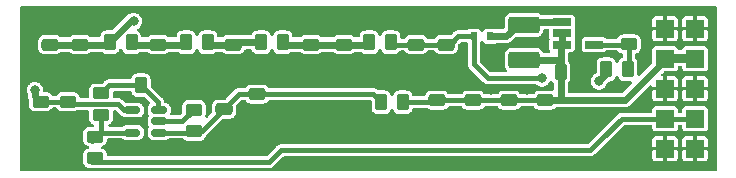
<source format=gbr>
%TF.GenerationSoftware,KiCad,Pcbnew,6.0.4-6f826c9f35~116~ubuntu20.04.1*%
%TF.CreationDate,2022-05-21T20:54:40+00:00*%
%TF.ProjectId,USTSIPM01A,55535453-4950-44d3-9031-412e6b696361,rev?*%
%TF.SameCoordinates,Original*%
%TF.FileFunction,Copper,L2,Bot*%
%TF.FilePolarity,Positive*%
%FSLAX46Y46*%
G04 Gerber Fmt 4.6, Leading zero omitted, Abs format (unit mm)*
G04 Created by KiCad (PCBNEW 6.0.4-6f826c9f35~116~ubuntu20.04.1) date 2022-05-21 20:54:40*
%MOMM*%
%LPD*%
G01*
G04 APERTURE LIST*
G04 Aperture macros list*
%AMRoundRect*
0 Rectangle with rounded corners*
0 $1 Rounding radius*
0 $2 $3 $4 $5 $6 $7 $8 $9 X,Y pos of 4 corners*
0 Add a 4 corners polygon primitive as box body*
4,1,4,$2,$3,$4,$5,$6,$7,$8,$9,$2,$3,0*
0 Add four circle primitives for the rounded corners*
1,1,$1+$1,$2,$3*
1,1,$1+$1,$4,$5*
1,1,$1+$1,$6,$7*
1,1,$1+$1,$8,$9*
0 Add four rect primitives between the rounded corners*
20,1,$1+$1,$2,$3,$4,$5,0*
20,1,$1+$1,$4,$5,$6,$7,0*
20,1,$1+$1,$6,$7,$8,$9,0*
20,1,$1+$1,$8,$9,$2,$3,0*%
G04 Aperture macros list end*
%TA.AperFunction,ComponentPad*%
%ADD10R,1.524000X1.524000*%
%TD*%
%TA.AperFunction,SMDPad,CuDef*%
%ADD11RoundRect,0.250000X-0.262500X-0.450000X0.262500X-0.450000X0.262500X0.450000X-0.262500X0.450000X0*%
%TD*%
%TA.AperFunction,SMDPad,CuDef*%
%ADD12RoundRect,0.250000X0.475000X-0.250000X0.475000X0.250000X-0.475000X0.250000X-0.475000X-0.250000X0*%
%TD*%
%TA.AperFunction,SMDPad,CuDef*%
%ADD13RoundRect,0.250000X-0.475000X0.250000X-0.475000X-0.250000X0.475000X-0.250000X0.475000X0.250000X0*%
%TD*%
%TA.AperFunction,SMDPad,CuDef*%
%ADD14RoundRect,0.250001X1.074999X-0.462499X1.074999X0.462499X-1.074999X0.462499X-1.074999X-0.462499X0*%
%TD*%
%TA.AperFunction,SMDPad,CuDef*%
%ADD15R,0.600000X0.700000*%
%TD*%
%TA.AperFunction,SMDPad,CuDef*%
%ADD16RoundRect,0.250000X0.450000X-0.262500X0.450000X0.262500X-0.450000X0.262500X-0.450000X-0.262500X0*%
%TD*%
%TA.AperFunction,SMDPad,CuDef*%
%ADD17RoundRect,0.150000X-0.512500X-0.150000X0.512500X-0.150000X0.512500X0.150000X-0.512500X0.150000X0*%
%TD*%
%TA.AperFunction,SMDPad,CuDef*%
%ADD18RoundRect,0.250000X-0.450000X0.262500X-0.450000X-0.262500X0.450000X-0.262500X0.450000X0.262500X0*%
%TD*%
%TA.AperFunction,SMDPad,CuDef*%
%ADD19R,0.700000X0.600000*%
%TD*%
%TA.AperFunction,SMDPad,CuDef*%
%ADD20R,1.560000X0.650000*%
%TD*%
%TA.AperFunction,SMDPad,CuDef*%
%ADD21RoundRect,0.250000X-0.250000X-0.475000X0.250000X-0.475000X0.250000X0.475000X-0.250000X0.475000X0*%
%TD*%
%TA.AperFunction,ViaPad*%
%ADD22C,0.800000*%
%TD*%
%TA.AperFunction,Conductor*%
%ADD23C,0.600000*%
%TD*%
%TA.AperFunction,Conductor*%
%ADD24C,0.400000*%
%TD*%
G04 APERTURE END LIST*
D10*
%TO.P,J4,1*%
%TO.N,GND*%
X55118000Y7500000D03*
%TO.P,J4,2*%
X57658000Y7500000D03*
%TD*%
%TO.P,J6,1*%
%TO.N,GND*%
X55118000Y12580000D03*
%TO.P,J6,2*%
X57658000Y12580000D03*
%TD*%
%TO.P,J5,1*%
%TO.N,/+3V6*%
X55118000Y10040000D03*
%TO.P,J5,2*%
X57658000Y10040000D03*
%TD*%
%TO.P,J8,1*%
%TO.N,/OUT*%
X55118000Y4960000D03*
%TO.P,J8,2*%
X57658000Y4960000D03*
%TD*%
%TO.P,J9,1*%
%TO.N,GND*%
X55118000Y2420000D03*
%TO.P,J9,2*%
X57658000Y2420000D03*
%TD*%
D11*
%TO.P,R13,1*%
%TO.N,31V7*%
X30075500Y11430000D03*
%TO.P,R13,2*%
%TO.N,Net-(C10-Pad1)*%
X31900500Y11430000D03*
%TD*%
D12*
%TO.P,C12,1*%
%TO.N,31V7*%
X27940000Y11242000D03*
%TO.P,C12,2*%
%TO.N,GND*%
X27940000Y13142000D03*
%TD*%
%TO.P,C9,1*%
%TO.N,Net-(C6-Pad1)*%
X3048000Y11242000D03*
%TO.P,C9,2*%
%TO.N,GND*%
X3048000Y13142000D03*
%TD*%
%TO.P,C13,1*%
%TO.N,31V7*%
X25146000Y11242000D03*
%TO.P,C13,2*%
%TO.N,GND*%
X25146000Y13142000D03*
%TD*%
D13*
%TO.P,C14,1*%
%TO.N,/+3V6*%
X41910000Y6538000D03*
%TO.P,C14,2*%
%TO.N,GND*%
X41910000Y4638000D03*
%TD*%
D14*
%TO.P,L1,1*%
%TO.N,/+3V6*%
X43180000Y9942500D03*
%TO.P,L1,2*%
%TO.N,Net-(D2-Pad2)*%
X43180000Y12917500D03*
%TD*%
D15*
%TO.P,D2,1,K*%
%TO.N,Net-(C10-Pad1)*%
X38924000Y11938000D03*
%TO.P,D2,2,A*%
%TO.N,Net-(D2-Pad2)*%
X40324000Y11938000D03*
%TD*%
D11*
%TO.P,R1,1*%
%TO.N,Net-(C1-Pad1)*%
X20931500Y11430000D03*
%TO.P,R1,2*%
%TO.N,31V7*%
X22756500Y11430000D03*
%TD*%
D13*
%TO.P,C3,1*%
%TO.N,/+3V6*%
X44958000Y6538000D03*
%TO.P,C3,2*%
%TO.N,GND*%
X44958000Y4638000D03*
%TD*%
D16*
%TO.P,R12,1*%
%TO.N,/OUT*%
X6858000Y1627500D03*
%TO.P,R12,2*%
%TO.N,Net-(R10-Pad1)*%
X6858000Y3452500D03*
%TD*%
D13*
%TO.P,C15,1*%
%TO.N,/+3V6*%
X38862000Y6538000D03*
%TO.P,C15,2*%
%TO.N,GND*%
X38862000Y4638000D03*
%TD*%
D12*
%TO.P,C1,1*%
%TO.N,Net-(C1-Pad1)*%
X18542000Y11242000D03*
%TO.P,C1,2*%
%TO.N,GND*%
X18542000Y13142000D03*
%TD*%
D17*
%TO.P,U2,1*%
%TO.N,Net-(R10-Pad1)*%
X10019750Y3791250D03*
%TO.P,U2,2,V-*%
%TO.N,GND*%
X10019750Y4741250D03*
%TO.P,U2,3,+*%
%TO.N,Net-(R5-Pad2)*%
X10019750Y5691250D03*
%TO.P,U2,4,-*%
%TO.N,Net-(R10-Pad2)*%
X12294750Y5691250D03*
%TO.P,U2,5,~{DIS}*%
%TO.N,Net-(R11-Pad2)*%
X12294750Y4741250D03*
%TO.P,U2,6,V+*%
%TO.N,+3V3*%
X12294750Y3791250D03*
%TD*%
D16*
%TO.P,R11,1*%
%TO.N,+3V3*%
X15240000Y3913500D03*
%TO.P,R11,2*%
%TO.N,Net-(R11-Pad2)*%
X15240000Y5738500D03*
%TD*%
D11*
%TO.P,R6,1*%
%TO.N,Net-(C10-Pad1)*%
X50141500Y9144000D03*
%TO.P,R6,2*%
%TO.N,/FB*%
X51966500Y9144000D03*
%TD*%
%TO.P,R2,1*%
%TO.N,Net-(C5-Pad1)*%
X14581500Y11430000D03*
%TO.P,R2,2*%
%TO.N,Net-(C1-Pad1)*%
X16406500Y11430000D03*
%TD*%
D18*
%TO.P,R8,1*%
%TO.N,Net-(R5-Pad2)*%
X4553250Y6415750D03*
%TO.P,R8,2*%
%TO.N,GND*%
X4553250Y4590750D03*
%TD*%
D12*
%TO.P,C11,1*%
%TO.N,Net-(C10-Pad1)*%
X34036000Y11242000D03*
%TO.P,C11,2*%
%TO.N,GND*%
X34036000Y13142000D03*
%TD*%
D13*
%TO.P,C8,1*%
%TO.N,+3V3*%
X17780000Y5776000D03*
%TO.P,C8,2*%
%TO.N,GND*%
X17780000Y3876000D03*
%TD*%
D11*
%TO.P,R4,1*%
%TO.N,Net-(C6-Pad1)*%
X8128000Y11430000D03*
%TO.P,R4,2*%
%TO.N,Net-(C5-Pad1)*%
X9953000Y11430000D03*
%TD*%
D13*
%TO.P,C4,1*%
%TO.N,/+3V6*%
X35814000Y6538000D03*
%TO.P,C4,2*%
%TO.N,GND*%
X35814000Y4638000D03*
%TD*%
D16*
%TO.P,R5,1*%
%TO.N,GND*%
X2267250Y4590750D03*
%TO.P,R5,2*%
%TO.N,Net-(R5-Pad2)*%
X2267250Y6415750D03*
%TD*%
%TO.P,R7,1*%
%TO.N,/FB*%
X52070000Y11279500D03*
%TO.P,R7,2*%
%TO.N,GND*%
X52070000Y13104500D03*
%TD*%
D11*
%TO.P,R9,1*%
%TO.N,Net-(R10-Pad2)*%
X10752750Y7789250D03*
%TO.P,R9,2*%
%TO.N,GND*%
X12577750Y7789250D03*
%TD*%
D19*
%TO.P,D1,1,K*%
%TO.N,/+3V6*%
X48260000Y6542000D03*
%TO.P,D1,2,A*%
%TO.N,GND*%
X48260000Y5142000D03*
%TD*%
D12*
%TO.P,C6,1*%
%TO.N,Net-(C6-Pad1)*%
X5588000Y11242000D03*
%TO.P,C6,2*%
%TO.N,GND*%
X5588000Y13142000D03*
%TD*%
D20*
%TO.P,U3,1,PGND*%
%TO.N,GND*%
X49102000Y13142000D03*
%TO.P,U3,2,GND*%
X49102000Y12192000D03*
%TO.P,U3,3,FB*%
%TO.N,/FB*%
X49102000Y11242000D03*
%TO.P,U3,4,SHDN*%
%TO.N,/+3V6*%
X46402000Y11242000D03*
%TO.P,U3,5,VCC*%
X46402000Y12192000D03*
%TO.P,U3,6,LX*%
%TO.N,Net-(D2-Pad2)*%
X46402000Y13142000D03*
%TD*%
D12*
%TO.P,C5,1*%
%TO.N,Net-(C5-Pad1)*%
X12192000Y11242000D03*
%TO.P,C5,2*%
%TO.N,GND*%
X12192000Y13142000D03*
%TD*%
D11*
%TO.P,R3,1*%
%TO.N,+3V3*%
X31091500Y6350000D03*
%TO.P,R3,2*%
%TO.N,/+3V6*%
X32916500Y6350000D03*
%TD*%
D12*
%TO.P,C10,1*%
%TO.N,Net-(C10-Pad1)*%
X36576000Y11242000D03*
%TO.P,C10,2*%
%TO.N,GND*%
X36576000Y13142000D03*
%TD*%
D21*
%TO.P,C2,1*%
%TO.N,/+3V6*%
X46294000Y8890000D03*
%TO.P,C2,2*%
%TO.N,GND*%
X48194000Y8890000D03*
%TD*%
D13*
%TO.P,C7,1*%
%TO.N,+3V3*%
X20574000Y7046000D03*
%TO.P,C7,2*%
%TO.N,GND*%
X20574000Y5146000D03*
%TD*%
D16*
%TO.P,R10,1*%
%TO.N,Net-(R10-Pad1)*%
X7366000Y5287000D03*
%TO.P,R10,2*%
%TO.N,Net-(R10-Pad2)*%
X7366000Y7112000D03*
%TD*%
D22*
%TO.N,GND*%
X14224000Y2540000D03*
X36576000Y1016000D03*
X1270000Y8890000D03*
X30226000Y8382000D03*
X21844000Y13462000D03*
X36322000Y8382000D03*
X28702000Y3302000D03*
X39624000Y13462000D03*
X3556000Y1270000D03*
X24130000Y8382000D03*
X38862000Y3302000D03*
X16002000Y2540000D03*
X20574000Y2794000D03*
X43180000Y11430000D03*
X1016000Y3302000D03*
X14478000Y9652000D03*
X53340000Y3810000D03*
X25654000Y1016000D03*
X28702000Y8382000D03*
X17526000Y9652000D03*
X22352000Y3556000D03*
X38862000Y8128000D03*
X33274000Y3302000D03*
X37846000Y9144000D03*
X48260000Y3810000D03*
X50546000Y12192000D03*
X40386000Y7366000D03*
X48006000Y1016000D03*
X40386000Y9398000D03*
X1270000Y13462000D03*
X19050000Y8382000D03*
X36068000Y3302000D03*
X45466000Y1016000D03*
X22606000Y8382000D03*
X14478000Y7620000D03*
X42418000Y1016000D03*
X7366000Y13462000D03*
X33274000Y1016000D03*
X20574000Y8636000D03*
X33274000Y8382000D03*
X41656000Y3302000D03*
X51816000Y3556000D03*
X30988000Y13208000D03*
X19558000Y3556000D03*
X50038000Y5334000D03*
X17526000Y7620000D03*
X43434000Y7366000D03*
X40132000Y10668000D03*
X34798000Y8382000D03*
X25654000Y3302000D03*
X30480000Y3302000D03*
X44704000Y3302000D03*
X1778000Y1270000D03*
X31750000Y8382000D03*
X18034000Y2540000D03*
X25654000Y8382000D03*
X39370000Y1016000D03*
X53086000Y6350000D03*
X49530000Y1524000D03*
X27178000Y8382000D03*
X16002000Y7620000D03*
X28956000Y1016000D03*
X50800000Y2540000D03*
X15240000Y13462000D03*
%TO.N,Net-(C10-Pad1)*%
X49530000Y8128000D03*
X44704000Y8382000D03*
%TO.N,Net-(C6-Pad1)*%
X10160000Y13208000D03*
%TO.N,Net-(R5-Pad2)*%
X1778000Y7366000D03*
%TD*%
D23*
%TO.N,Net-(C1-Pad1)*%
X18730000Y11430000D02*
X18542000Y11242000D01*
X20931500Y11430000D02*
X18730000Y11430000D01*
X18542000Y11242000D02*
X16594500Y11242000D01*
X16594500Y11242000D02*
X16406500Y11430000D01*
%TO.N,GND*%
X47752000Y11996022D02*
X47752000Y9332000D01*
X49102000Y12192000D02*
X49102000Y13142000D01*
X54967500Y13104500D02*
X55118000Y12954000D01*
X47752000Y9332000D02*
X48194000Y8890000D01*
X49102000Y12192000D02*
X47947978Y12192000D01*
X52032500Y13142000D02*
X52070000Y13104500D01*
X49102000Y13142000D02*
X52032500Y13142000D01*
X47947978Y12192000D02*
X47752000Y11996022D01*
D24*
%TO.N,Net-(C10-Pad1)*%
X36896000Y11242000D02*
X37592000Y11938000D01*
X37592000Y11938000D02*
X38924000Y11938000D01*
X38924000Y11938000D02*
X38924000Y9590000D01*
X38924000Y9590000D02*
X39878000Y8636000D01*
X40132000Y8382000D02*
X44704000Y8382000D01*
X39878000Y8636000D02*
X40132000Y8382000D01*
X32088500Y11242000D02*
X31900500Y11430000D01*
D23*
X50141500Y9144000D02*
X50141500Y8739500D01*
D24*
X36576000Y11242000D02*
X36896000Y11242000D01*
X34036000Y11242000D02*
X32088500Y11242000D01*
D23*
X50141500Y8739500D02*
X49530000Y8128000D01*
D24*
X36576000Y11242000D02*
X34036000Y11242000D01*
%TO.N,/+3V6*%
X35814000Y6538000D02*
X38862000Y6538000D01*
X41910000Y6538000D02*
X44958000Y6538000D01*
D23*
X55118000Y10040000D02*
X57658000Y10040000D01*
D24*
X38862000Y6538000D02*
X41910000Y6538000D01*
D23*
X49530000Y6542000D02*
X51136981Y6542000D01*
X55118000Y10040000D02*
X55118000Y9906000D01*
X46290000Y6542000D02*
X44962000Y6542000D01*
X46264500Y9942500D02*
X46294000Y9972000D01*
X43180000Y9942500D02*
X46264500Y9942500D01*
D24*
X32916500Y6350000D02*
X35626000Y6350000D01*
D23*
X51754000Y6542000D02*
X51136981Y6542000D01*
X46294000Y8890000D02*
X46294000Y6546000D01*
X54754981Y10160000D02*
X57658000Y10160000D01*
X55118000Y9906000D02*
X51754000Y6542000D01*
X46402000Y12192000D02*
X46402000Y11242000D01*
X46294000Y9972000D02*
X46294000Y11134000D01*
X49530000Y6542000D02*
X46290000Y6542000D01*
X46294000Y11134000D02*
X46402000Y11242000D01*
X46294000Y8890000D02*
X46294000Y9972000D01*
X44962000Y6542000D02*
X44958000Y6538000D01*
D24*
X35626000Y6350000D02*
X35814000Y6538000D01*
D23*
X46294000Y6546000D02*
X46290000Y6542000D01*
%TO.N,Net-(C5-Pad1)*%
X12192000Y11242000D02*
X10141000Y11242000D01*
X14393500Y11242000D02*
X14581500Y11430000D01*
X12192000Y11242000D02*
X14393500Y11242000D01*
X10141000Y11242000D02*
X9953000Y11430000D01*
%TO.N,Net-(C6-Pad1)*%
X5588000Y11242000D02*
X7940000Y11242000D01*
X3048000Y11242000D02*
X5588000Y11242000D01*
X9906000Y13208000D02*
X10160000Y13208000D01*
X8128000Y11430000D02*
X9906000Y13208000D01*
X7940000Y11242000D02*
X8128000Y11430000D01*
D24*
%TO.N,+3V3*%
X15917500Y3913500D02*
X17780000Y5776000D01*
X15240000Y3913500D02*
X15917500Y3913500D01*
X15117750Y3791250D02*
X15240000Y3913500D01*
X20574000Y7046000D02*
X30395500Y7046000D01*
X20574000Y7046000D02*
X19050000Y7046000D01*
X30395500Y7046000D02*
X31091500Y6350000D01*
X19050000Y7046000D02*
X17780000Y5776000D01*
X12294750Y3791250D02*
X15117750Y3791250D01*
D23*
%TO.N,31V7*%
X27940000Y11242000D02*
X29887500Y11242000D01*
X29887500Y11242000D02*
X30075500Y11430000D01*
X25146000Y11242000D02*
X22944500Y11242000D01*
X27940000Y11242000D02*
X25146000Y11242000D01*
X22944500Y11242000D02*
X22756500Y11430000D01*
%TO.N,Net-(D2-Pad2)*%
X43404500Y13142000D02*
X43180000Y12917500D01*
X43180000Y12917500D02*
X42635500Y12917500D01*
X46402000Y13142000D02*
X43404500Y13142000D01*
X42635500Y12917500D02*
X41656000Y11938000D01*
X41656000Y11938000D02*
X40324000Y11938000D01*
D24*
%TO.N,Net-(R5-Pad2)*%
X2267250Y6415750D02*
X4553250Y6415750D01*
X9294750Y5691250D02*
X8786020Y6199980D01*
D23*
X1778000Y6905000D02*
X2267250Y6415750D01*
D24*
X8786020Y6199980D02*
X4769020Y6199980D01*
D23*
X1778000Y7366000D02*
X1778000Y6905000D01*
D24*
X4769020Y6199980D02*
X4553250Y6415750D01*
X10019750Y5691250D02*
X9294750Y5691250D01*
X10019750Y5691250D02*
X9954230Y5756770D01*
%TO.N,/OUT*%
X6604000Y1288750D02*
X21608750Y1288750D01*
X51442000Y4960000D02*
X55118000Y4960000D01*
X57658000Y4960000D02*
X55118000Y4960000D01*
X51442000Y4960000D02*
X51054000Y4572000D01*
X48768000Y2286000D02*
X51442000Y4960000D01*
X22606000Y2286000D02*
X48768000Y2286000D01*
X48768000Y2286000D02*
X51054000Y4572000D01*
X21608750Y1288750D02*
X22606000Y2286000D01*
%TO.N,/FB*%
X52032500Y11242000D02*
X52070000Y11279500D01*
X52070000Y11279500D02*
X52070000Y9294500D01*
X49102000Y11242000D02*
X52032500Y11242000D01*
%TO.N,Net-(R11-Pad2)*%
X12294750Y4741250D02*
X14242750Y4741250D01*
X14242750Y4741250D02*
X15240000Y5738500D01*
%TO.N,Net-(R10-Pad2)*%
X12192000Y6350000D02*
X10752750Y7789250D01*
X7366000Y7112000D02*
X8043250Y7789250D01*
X12294750Y5691250D02*
X12192000Y5794000D01*
X12192000Y5794000D02*
X12192000Y6350000D01*
X8043250Y7789250D02*
X10752750Y7789250D01*
%TO.N,Net-(R10-Pad1)*%
X7347250Y4844750D02*
X7347250Y3857000D01*
X7347250Y3857000D02*
X6604000Y3113750D01*
X8400750Y3791250D02*
X8871250Y3791250D01*
X7413000Y3791250D02*
X7347250Y3857000D01*
X8871250Y3791250D02*
X7413000Y3791250D01*
X8871250Y3791250D02*
X10019750Y3791250D01*
%TD*%
%TA.AperFunction,Conductor*%
%TO.N,GND*%
G36*
X59441621Y14479498D02*
G01*
X59488114Y14425842D01*
X59499500Y14373500D01*
X59499500Y626500D01*
X59479498Y558379D01*
X59425842Y511886D01*
X59373500Y500500D01*
X626500Y500500D01*
X558379Y520502D01*
X511886Y574158D01*
X500500Y626500D01*
X500500Y7373389D01*
X1072394Y7373389D01*
X1090999Y7204865D01*
X1149266Y7045644D01*
X1156081Y7035501D01*
X1177500Y6965226D01*
X1177500Y6952619D01*
X1176422Y6936173D01*
X1172318Y6905000D01*
X1187351Y6790809D01*
X1192956Y6748238D01*
X1242558Y6628488D01*
X1253464Y6602159D01*
X1252250Y6601656D01*
X1266750Y6547541D01*
X1266750Y6110478D01*
X1277614Y6020703D01*
X1280594Y6013175D01*
X1280595Y6013173D01*
X1294147Y5978945D01*
X1333137Y5880467D01*
X1424328Y5760328D01*
X1544467Y5669137D01*
X1608082Y5643950D01*
X1677173Y5616595D01*
X1677175Y5616594D01*
X1684703Y5613614D01*
X1774478Y5602750D01*
X2760022Y5602750D01*
X2849797Y5613614D01*
X2857325Y5616594D01*
X2857327Y5616595D01*
X2926418Y5643950D01*
X2990033Y5669137D01*
X3110172Y5760328D01*
X3189950Y5865430D01*
X3247067Y5907597D01*
X3290312Y5915250D01*
X3530188Y5915250D01*
X3598309Y5895248D01*
X3630550Y5865431D01*
X3710328Y5760328D01*
X3830467Y5669137D01*
X3894082Y5643950D01*
X3963173Y5616595D01*
X3963175Y5616594D01*
X3970703Y5613614D01*
X4060478Y5602750D01*
X5046022Y5602750D01*
X5135797Y5613614D01*
X5143325Y5616594D01*
X5143327Y5616595D01*
X5214953Y5644954D01*
X5276033Y5669137D01*
X5282881Y5674335D01*
X5290358Y5678548D01*
X5291106Y5677221D01*
X5348590Y5699097D01*
X5358412Y5699480D01*
X6239500Y5699480D01*
X6307621Y5679478D01*
X6354114Y5625822D01*
X6365500Y5573480D01*
X6365500Y4981728D01*
X6376364Y4891953D01*
X6431887Y4751717D01*
X6523078Y4631578D01*
X6643217Y4540387D01*
X6657071Y4534902D01*
X6723371Y4508652D01*
X6779345Y4464978D01*
X6802822Y4397975D01*
X6786346Y4328916D01*
X6735151Y4279728D01*
X6676988Y4265500D01*
X6365228Y4265500D01*
X6275453Y4254636D01*
X6267925Y4251656D01*
X6267923Y4251655D01*
X6198832Y4224300D01*
X6135217Y4199113D01*
X6015078Y4107922D01*
X5923887Y3987783D01*
X5868364Y3847547D01*
X5857500Y3757772D01*
X5857500Y3147228D01*
X5868364Y3057453D01*
X5923887Y2917217D01*
X6015078Y2797078D01*
X6135217Y2705887D01*
X6258310Y2657151D01*
X6314282Y2613478D01*
X6337759Y2546475D01*
X6321283Y2477416D01*
X6270088Y2428227D01*
X6258313Y2422850D01*
X6135217Y2374113D01*
X6015078Y2282922D01*
X5923887Y2162783D01*
X5868364Y2022547D01*
X5857500Y1932772D01*
X5857500Y1322228D01*
X5868364Y1232453D01*
X5923887Y1092217D01*
X6015078Y972078D01*
X6135217Y880887D01*
X6166193Y868623D01*
X6267923Y828345D01*
X6267925Y828344D01*
X6275453Y825364D01*
X6365228Y814500D01*
X6411258Y814500D01*
X6448065Y808999D01*
X6456163Y805197D01*
X6465033Y803816D01*
X6465036Y803815D01*
X6549093Y790728D01*
X6565009Y788250D01*
X21538569Y788250D01*
X21550454Y786922D01*
X21550495Y787432D01*
X21559441Y786712D01*
X21568197Y784731D01*
X21621013Y788008D01*
X21628817Y788250D01*
X21644690Y788250D01*
X21654802Y789698D01*
X21664856Y790728D01*
X21692847Y792465D01*
X21711288Y793609D01*
X21719732Y796657D01*
X21723444Y797426D01*
X21738149Y801093D01*
X21741777Y802154D01*
X21750668Y803427D01*
X21793032Y822689D01*
X21802387Y826496D01*
X21837693Y839241D01*
X21837697Y839243D01*
X21846137Y842290D01*
X21853385Y847585D01*
X21856725Y849361D01*
X21869839Y857024D01*
X21873011Y859053D01*
X21881178Y862766D01*
X21887973Y868621D01*
X21887976Y868623D01*
X21916425Y893137D01*
X21924346Y899426D01*
X21931152Y904398D01*
X21935086Y907272D01*
X21945829Y918015D01*
X21952676Y924373D01*
X21982987Y950491D01*
X21989787Y956350D01*
X21994670Y963884D01*
X22000569Y970646D01*
X22000574Y970642D01*
X22009550Y981736D01*
X22644974Y1617160D01*
X54056000Y1617160D01*
X54056442Y1609714D01*
X54057994Y1596664D01*
X54062952Y1578626D01*
X54099755Y1495769D01*
X54112713Y1476915D01*
X54175342Y1414396D01*
X54194212Y1401475D01*
X54277125Y1364820D01*
X54295202Y1359892D01*
X54307787Y1358424D01*
X54315088Y1358000D01*
X54949885Y1358000D01*
X54965124Y1362475D01*
X54966329Y1363865D01*
X54968000Y1371548D01*
X54968000Y1376115D01*
X55268000Y1376115D01*
X55272475Y1360876D01*
X55273865Y1359671D01*
X55281548Y1358000D01*
X55920840Y1358000D01*
X55928286Y1358442D01*
X55941336Y1359994D01*
X55959374Y1364952D01*
X56042231Y1401755D01*
X56061085Y1414713D01*
X56123604Y1477342D01*
X56136525Y1496212D01*
X56173180Y1579125D01*
X56178108Y1597202D01*
X56179576Y1609787D01*
X56180000Y1617088D01*
X56180000Y1617160D01*
X56596000Y1617160D01*
X56596442Y1609714D01*
X56597994Y1596664D01*
X56602952Y1578626D01*
X56639755Y1495769D01*
X56652713Y1476915D01*
X56715342Y1414396D01*
X56734212Y1401475D01*
X56817125Y1364820D01*
X56835202Y1359892D01*
X56847787Y1358424D01*
X56855088Y1358000D01*
X57489885Y1358000D01*
X57505124Y1362475D01*
X57506329Y1363865D01*
X57508000Y1371548D01*
X57508000Y1376115D01*
X57808000Y1376115D01*
X57812475Y1360876D01*
X57813865Y1359671D01*
X57821548Y1358000D01*
X58460840Y1358000D01*
X58468286Y1358442D01*
X58481336Y1359994D01*
X58499374Y1364952D01*
X58582231Y1401755D01*
X58601085Y1414713D01*
X58663604Y1477342D01*
X58676525Y1496212D01*
X58713180Y1579125D01*
X58718108Y1597202D01*
X58719576Y1609787D01*
X58720000Y1617088D01*
X58720000Y2251885D01*
X58715525Y2267124D01*
X58714135Y2268329D01*
X58706452Y2270000D01*
X57826115Y2270000D01*
X57810876Y2265525D01*
X57809671Y2264135D01*
X57808000Y2256452D01*
X57808000Y1376115D01*
X57508000Y1376115D01*
X57508000Y2251885D01*
X57503525Y2267124D01*
X57502135Y2268329D01*
X57494452Y2270000D01*
X56614115Y2270000D01*
X56598876Y2265525D01*
X56597671Y2264135D01*
X56596000Y2256452D01*
X56596000Y1617160D01*
X56180000Y1617160D01*
X56180000Y2251885D01*
X56175525Y2267124D01*
X56174135Y2268329D01*
X56166452Y2270000D01*
X55286115Y2270000D01*
X55270876Y2265525D01*
X55269671Y2264135D01*
X55268000Y2256452D01*
X55268000Y1376115D01*
X54968000Y1376115D01*
X54968000Y2251885D01*
X54963525Y2267124D01*
X54962135Y2268329D01*
X54954452Y2270000D01*
X54074115Y2270000D01*
X54058876Y2265525D01*
X54057671Y2264135D01*
X54056000Y2256452D01*
X54056000Y1617160D01*
X22644974Y1617160D01*
X22776409Y1748595D01*
X22838721Y1782621D01*
X22865504Y1785500D01*
X48697819Y1785500D01*
X48709704Y1784172D01*
X48709745Y1784682D01*
X48718691Y1783962D01*
X48727447Y1781981D01*
X48780263Y1785258D01*
X48788067Y1785500D01*
X48803940Y1785500D01*
X48814052Y1786948D01*
X48824106Y1787978D01*
X48852097Y1789715D01*
X48870538Y1790859D01*
X48878982Y1793907D01*
X48882694Y1794676D01*
X48897399Y1798343D01*
X48901027Y1799404D01*
X48909918Y1800677D01*
X48952282Y1819939D01*
X48961637Y1823746D01*
X48996943Y1836491D01*
X48996947Y1836493D01*
X49005387Y1839540D01*
X49012635Y1844835D01*
X49015975Y1846611D01*
X49029089Y1854274D01*
X49032261Y1856303D01*
X49040428Y1860016D01*
X49047223Y1865871D01*
X49047226Y1865873D01*
X49075675Y1890387D01*
X49083596Y1896676D01*
X49090402Y1901648D01*
X49094336Y1904522D01*
X49105079Y1915265D01*
X49111926Y1921623D01*
X49124865Y1932772D01*
X49149037Y1953600D01*
X49153920Y1961134D01*
X49159819Y1967896D01*
X49159824Y1967892D01*
X49168800Y1978986D01*
X49777929Y2588115D01*
X54056000Y2588115D01*
X54060475Y2572876D01*
X54061865Y2571671D01*
X54069548Y2570000D01*
X54949885Y2570000D01*
X54965124Y2574475D01*
X54966329Y2575865D01*
X54968000Y2583548D01*
X54968000Y2588115D01*
X55268000Y2588115D01*
X55272475Y2572876D01*
X55273865Y2571671D01*
X55281548Y2570000D01*
X56161885Y2570000D01*
X56177124Y2574475D01*
X56178329Y2575865D01*
X56180000Y2583548D01*
X56180000Y2588115D01*
X56596000Y2588115D01*
X56600475Y2572876D01*
X56601865Y2571671D01*
X56609548Y2570000D01*
X57489885Y2570000D01*
X57505124Y2574475D01*
X57506329Y2575865D01*
X57508000Y2583548D01*
X57508000Y2588115D01*
X57808000Y2588115D01*
X57812475Y2572876D01*
X57813865Y2571671D01*
X57821548Y2570000D01*
X58701885Y2570000D01*
X58717124Y2574475D01*
X58718329Y2575865D01*
X58720000Y2583548D01*
X58720000Y3222840D01*
X58719558Y3230286D01*
X58718006Y3243336D01*
X58713048Y3261374D01*
X58676245Y3344231D01*
X58663287Y3363085D01*
X58600658Y3425604D01*
X58581788Y3438525D01*
X58498875Y3475180D01*
X58480798Y3480108D01*
X58468213Y3481576D01*
X58460912Y3482000D01*
X57826115Y3482000D01*
X57810876Y3477525D01*
X57809671Y3476135D01*
X57808000Y3468452D01*
X57808000Y2588115D01*
X57508000Y2588115D01*
X57508000Y3463885D01*
X57503525Y3479124D01*
X57502135Y3480329D01*
X57494452Y3482000D01*
X56855160Y3482000D01*
X56847714Y3481558D01*
X56834664Y3480006D01*
X56816626Y3475048D01*
X56733769Y3438245D01*
X56714915Y3425287D01*
X56652396Y3362658D01*
X56639475Y3343788D01*
X56602820Y3260875D01*
X56597892Y3242798D01*
X56596424Y3230213D01*
X56596000Y3222912D01*
X56596000Y2588115D01*
X56180000Y2588115D01*
X56180000Y3222840D01*
X56179558Y3230286D01*
X56178006Y3243336D01*
X56173048Y3261374D01*
X56136245Y3344231D01*
X56123287Y3363085D01*
X56060658Y3425604D01*
X56041788Y3438525D01*
X55958875Y3475180D01*
X55940798Y3480108D01*
X55928213Y3481576D01*
X55920912Y3482000D01*
X55286115Y3482000D01*
X55270876Y3477525D01*
X55269671Y3476135D01*
X55268000Y3468452D01*
X55268000Y2588115D01*
X54968000Y2588115D01*
X54968000Y3463885D01*
X54963525Y3479124D01*
X54962135Y3480329D01*
X54954452Y3482000D01*
X54315160Y3482000D01*
X54307714Y3481558D01*
X54294664Y3480006D01*
X54276626Y3475048D01*
X54193769Y3438245D01*
X54174915Y3425287D01*
X54112396Y3362658D01*
X54099475Y3343788D01*
X54062820Y3260875D01*
X54057892Y3242798D01*
X54056424Y3230213D01*
X54056000Y3222912D01*
X54056000Y2588115D01*
X49777929Y2588115D01*
X51612409Y4422595D01*
X51674721Y4456621D01*
X51701504Y4459500D01*
X53929500Y4459500D01*
X53997621Y4439498D01*
X54044114Y4385842D01*
X54055500Y4333500D01*
X54055500Y4153354D01*
X54058618Y4127154D01*
X54062456Y4118514D01*
X54062456Y4118513D01*
X54099140Y4035926D01*
X54104061Y4024847D01*
X54183287Y3945759D01*
X54193924Y3941056D01*
X54193926Y3941055D01*
X54253462Y3914735D01*
X54285673Y3900494D01*
X54311354Y3897500D01*
X55924646Y3897500D01*
X55928350Y3897941D01*
X55928353Y3897941D01*
X55935746Y3898821D01*
X55950846Y3900618D01*
X56053153Y3946061D01*
X56132241Y4025287D01*
X56177506Y4127673D01*
X56180500Y4153354D01*
X56180500Y4333500D01*
X56200502Y4401621D01*
X56254158Y4448114D01*
X56306500Y4459500D01*
X56469500Y4459500D01*
X56537621Y4439498D01*
X56584114Y4385842D01*
X56595500Y4333500D01*
X56595500Y4153354D01*
X56598618Y4127154D01*
X56602456Y4118514D01*
X56602456Y4118513D01*
X56639140Y4035926D01*
X56644061Y4024847D01*
X56723287Y3945759D01*
X56733924Y3941056D01*
X56733926Y3941055D01*
X56793462Y3914735D01*
X56825673Y3900494D01*
X56851354Y3897500D01*
X58464646Y3897500D01*
X58468350Y3897941D01*
X58468353Y3897941D01*
X58475746Y3898821D01*
X58490846Y3900618D01*
X58593153Y3946061D01*
X58672241Y4025287D01*
X58717506Y4127673D01*
X58720500Y4153354D01*
X58720500Y5766646D01*
X58717382Y5792846D01*
X58685142Y5865430D01*
X58676663Y5884518D01*
X58671939Y5895153D01*
X58659474Y5907597D01*
X58625511Y5941500D01*
X58592713Y5974241D01*
X58582076Y5978944D01*
X58582074Y5978945D01*
X58522538Y6005265D01*
X58490327Y6019506D01*
X58464646Y6022500D01*
X56851354Y6022500D01*
X56847650Y6022059D01*
X56847647Y6022059D01*
X56840254Y6021179D01*
X56825154Y6019382D01*
X56816514Y6015544D01*
X56816513Y6015544D01*
X56753782Y5987680D01*
X56722847Y5973939D01*
X56714628Y5965706D01*
X56714627Y5965705D01*
X56686368Y5937396D01*
X56643759Y5894713D01*
X56639056Y5884076D01*
X56639055Y5884074D01*
X56630813Y5865430D01*
X56598494Y5792327D01*
X56595500Y5766646D01*
X56595500Y5586500D01*
X56575498Y5518379D01*
X56521842Y5471886D01*
X56469500Y5460500D01*
X56306500Y5460500D01*
X56238379Y5480502D01*
X56191886Y5534158D01*
X56180500Y5586500D01*
X56180500Y5766646D01*
X56177382Y5792846D01*
X56145142Y5865430D01*
X56136663Y5884518D01*
X56131939Y5895153D01*
X56119474Y5907597D01*
X56085511Y5941500D01*
X56052713Y5974241D01*
X56042076Y5978944D01*
X56042074Y5978945D01*
X55982538Y6005265D01*
X55950327Y6019506D01*
X55924646Y6022500D01*
X54311354Y6022500D01*
X54307650Y6022059D01*
X54307647Y6022059D01*
X54300254Y6021179D01*
X54285154Y6019382D01*
X54276514Y6015544D01*
X54276513Y6015544D01*
X54213782Y5987680D01*
X54182847Y5973939D01*
X54174628Y5965706D01*
X54174627Y5965705D01*
X54146368Y5937396D01*
X54103759Y5894713D01*
X54099056Y5884076D01*
X54099055Y5884074D01*
X54090813Y5865430D01*
X54058494Y5792327D01*
X54055500Y5766646D01*
X54055500Y5586500D01*
X54035498Y5518379D01*
X53981842Y5471886D01*
X53929500Y5460500D01*
X51512181Y5460500D01*
X51500296Y5461828D01*
X51500255Y5461318D01*
X51491309Y5462038D01*
X51482553Y5464019D01*
X51447240Y5461828D01*
X51429736Y5460742D01*
X51421933Y5460500D01*
X51406060Y5460500D01*
X51395948Y5459052D01*
X51385894Y5458022D01*
X51357903Y5456285D01*
X51339462Y5455141D01*
X51331018Y5452093D01*
X51327306Y5451324D01*
X51312601Y5447657D01*
X51308973Y5446596D01*
X51300082Y5445323D01*
X51257718Y5426061D01*
X51248363Y5422254D01*
X51213057Y5409509D01*
X51213053Y5409507D01*
X51204613Y5406460D01*
X51197365Y5401165D01*
X51194025Y5399389D01*
X51180911Y5391726D01*
X51177739Y5389697D01*
X51169572Y5385984D01*
X51162777Y5380129D01*
X51162774Y5380127D01*
X51134325Y5355613D01*
X51126405Y5349325D01*
X51115664Y5341478D01*
X51104921Y5330735D01*
X51098075Y5324377D01*
X51060963Y5292400D01*
X51056080Y5284866D01*
X51050181Y5278104D01*
X51050176Y5278108D01*
X51041200Y5267014D01*
X48597591Y2823405D01*
X48535279Y2789379D01*
X48508496Y2786500D01*
X22676176Y2786500D01*
X22664296Y2787828D01*
X22664255Y2787317D01*
X22655307Y2788037D01*
X22646552Y2790018D01*
X22603014Y2787317D01*
X22593745Y2786742D01*
X22585943Y2786500D01*
X22570060Y2786500D01*
X22565612Y2785863D01*
X22565610Y2785863D01*
X22559942Y2785052D01*
X22549891Y2784022D01*
X22512420Y2781697D01*
X22512419Y2781697D01*
X22503461Y2781141D01*
X22495017Y2778093D01*
X22491324Y2777328D01*
X22476584Y2773653D01*
X22472968Y2772596D01*
X22464082Y2771323D01*
X22421734Y2752068D01*
X22412367Y2748255D01*
X22368613Y2732460D01*
X22361361Y2727162D01*
X22358015Y2725383D01*
X22344911Y2717726D01*
X22341739Y2715697D01*
X22333572Y2711984D01*
X22326776Y2706129D01*
X22326774Y2706127D01*
X22298321Y2681610D01*
X22290405Y2675325D01*
X22283598Y2670352D01*
X22283591Y2670346D01*
X22279664Y2667477D01*
X22268928Y2656741D01*
X22262082Y2650384D01*
X22224963Y2618400D01*
X22220079Y2610866D01*
X22214181Y2604104D01*
X22214176Y2604108D01*
X22205200Y2593013D01*
X21438340Y1826154D01*
X21376028Y1792129D01*
X21349245Y1789250D01*
X7984500Y1789250D01*
X7916379Y1809252D01*
X7869886Y1862908D01*
X7858500Y1915250D01*
X7858500Y1932772D01*
X7847636Y2022547D01*
X7792113Y2162783D01*
X7700922Y2282922D01*
X7580783Y2374113D01*
X7457690Y2422849D01*
X7401718Y2466522D01*
X7378241Y2533525D01*
X7394717Y2602584D01*
X7445912Y2651773D01*
X7457687Y2657150D01*
X7580783Y2705887D01*
X7700922Y2797078D01*
X7792113Y2917217D01*
X7847636Y3057453D01*
X7858500Y3147228D01*
X7858500Y3164750D01*
X7878502Y3232871D01*
X7932158Y3279364D01*
X7984500Y3290750D01*
X9181995Y3290750D01*
X9250116Y3270748D01*
X9256851Y3266104D01*
X9263930Y3260875D01*
X9286493Y3244209D01*
X9286496Y3244208D01*
X9294066Y3238616D01*
X9421881Y3193731D01*
X9429527Y3193008D01*
X9429528Y3193008D01*
X9435498Y3192444D01*
X9453416Y3190750D01*
X10586084Y3190750D01*
X10604002Y3192444D01*
X10609972Y3193008D01*
X10609973Y3193008D01*
X10617619Y3193731D01*
X10745434Y3238616D01*
X10753004Y3244208D01*
X10753007Y3244209D01*
X10846829Y3313508D01*
X10854400Y3319100D01*
X10903964Y3386204D01*
X10929291Y3420493D01*
X10929292Y3420496D01*
X10934884Y3428066D01*
X10979769Y3555881D01*
X10982750Y3587416D01*
X10982750Y3995084D01*
X10979769Y4026619D01*
X10934884Y4154434D01*
X10929292Y4162004D01*
X10929291Y4162007D01*
X10860873Y4254636D01*
X10854400Y4263400D01*
X10832294Y4279728D01*
X10753007Y4338291D01*
X10753004Y4338292D01*
X10745434Y4343884D01*
X10617619Y4388769D01*
X10609973Y4389492D01*
X10609972Y4389492D01*
X10604002Y4390056D01*
X10586084Y4391750D01*
X9453416Y4391750D01*
X9435498Y4390056D01*
X9429528Y4389492D01*
X9429527Y4389492D01*
X9421881Y4388769D01*
X9294066Y4343884D01*
X9286496Y4338292D01*
X9286493Y4338291D01*
X9256855Y4316399D01*
X9190177Y4292016D01*
X9181995Y4291750D01*
X8121312Y4291750D01*
X8053191Y4311752D01*
X8006698Y4365408D01*
X7996594Y4435682D01*
X8026088Y4500262D01*
X8074930Y4534902D01*
X8080794Y4537224D01*
X8088783Y4540387D01*
X8208922Y4631578D01*
X8300113Y4751717D01*
X8355636Y4891953D01*
X8366500Y4981728D01*
X8366500Y5573480D01*
X8386502Y5641601D01*
X8440158Y5688094D01*
X8492500Y5699480D01*
X8526515Y5699480D01*
X8594636Y5679478D01*
X8615610Y5662576D01*
X8891216Y5386971D01*
X8898683Y5377627D01*
X8899072Y5377958D01*
X8904890Y5371122D01*
X8909680Y5363530D01*
X8916408Y5357588D01*
X8916409Y5357587D01*
X8949359Y5328487D01*
X8955047Y5323140D01*
X8966257Y5311930D01*
X8969843Y5309242D01*
X8969846Y5309240D01*
X8974427Y5305806D01*
X8982268Y5299423D01*
X9017138Y5268627D01*
X9025263Y5264812D01*
X9028433Y5262730D01*
X9041420Y5254927D01*
X9044744Y5253107D01*
X9051926Y5247724D01*
X9060327Y5244575D01*
X9060328Y5244574D01*
X9095486Y5231394D01*
X9104803Y5227467D01*
X9138784Y5211513D01*
X9138787Y5211512D01*
X9146913Y5207697D01*
X9155787Y5206315D01*
X9159400Y5205211D01*
X9174076Y5201360D01*
X9177766Y5200549D01*
X9186170Y5197398D01*
X9195122Y5196733D01*
X9197759Y5196153D01*
X9245560Y5174443D01*
X9286489Y5144212D01*
X9286491Y5144211D01*
X9294066Y5138616D01*
X9421881Y5093731D01*
X9429527Y5093008D01*
X9429528Y5093008D01*
X9435498Y5092444D01*
X9453416Y5090750D01*
X10586084Y5090750D01*
X10604002Y5092444D01*
X10609972Y5093008D01*
X10609973Y5093008D01*
X10617619Y5093731D01*
X10745434Y5138616D01*
X10753004Y5144208D01*
X10753007Y5144209D01*
X10846829Y5213508D01*
X10854400Y5219100D01*
X10871130Y5241750D01*
X10929291Y5320493D01*
X10929292Y5320496D01*
X10934884Y5328066D01*
X10979769Y5455881D01*
X10982750Y5487416D01*
X10982750Y5895084D01*
X10979769Y5926619D01*
X10934884Y6054434D01*
X10929292Y6062004D01*
X10929291Y6062007D01*
X10859992Y6155829D01*
X10854400Y6163400D01*
X10835129Y6177634D01*
X10753007Y6238291D01*
X10753004Y6238292D01*
X10745434Y6243884D01*
X10617619Y6288769D01*
X10609973Y6289492D01*
X10609972Y6289492D01*
X10604002Y6290056D01*
X10586084Y6291750D01*
X9454254Y6291750D01*
X9386133Y6311752D01*
X9365159Y6328655D01*
X9189554Y6504260D01*
X9182088Y6513604D01*
X9181698Y6513272D01*
X9175880Y6520108D01*
X9171090Y6527700D01*
X9131419Y6562736D01*
X9125732Y6568082D01*
X9114514Y6579300D01*
X9110925Y6581990D01*
X9106336Y6585430D01*
X9098497Y6591812D01*
X9070359Y6616662D01*
X9063632Y6622603D01*
X9055509Y6626417D01*
X9052356Y6628488D01*
X9039344Y6636307D01*
X9036025Y6638124D01*
X9028844Y6643506D01*
X8985281Y6659837D01*
X8975967Y6663763D01*
X8941986Y6679717D01*
X8941983Y6679718D01*
X8933857Y6683533D01*
X8924983Y6684915D01*
X8921370Y6686019D01*
X8906713Y6689865D01*
X8903010Y6690679D01*
X8894600Y6693832D01*
X8848177Y6697282D01*
X8838164Y6698432D01*
X8825011Y6700480D01*
X8809816Y6700480D01*
X8800479Y6700826D01*
X8785056Y6701972D01*
X8751628Y6704456D01*
X8742852Y6702583D01*
X8733895Y6701972D01*
X8733895Y6701978D01*
X8719702Y6700480D01*
X8492500Y6700480D01*
X8424379Y6720482D01*
X8377886Y6774138D01*
X8366500Y6826480D01*
X8366500Y7162750D01*
X8386502Y7230871D01*
X8440158Y7277364D01*
X8492500Y7288750D01*
X9832845Y7288750D01*
X9900966Y7268748D01*
X9947459Y7215092D01*
X9950437Y7206633D01*
X9950614Y7206703D01*
X10006137Y7066467D01*
X10097328Y6946328D01*
X10217467Y6855137D01*
X10229179Y6850500D01*
X10350173Y6802595D01*
X10350175Y6802594D01*
X10357703Y6799614D01*
X10447478Y6788750D01*
X10993246Y6788750D01*
X11061367Y6768748D01*
X11082341Y6751845D01*
X11477789Y6356397D01*
X11511815Y6294085D01*
X11506750Y6223270D01*
X11472357Y6177634D01*
X11474335Y6175656D01*
X11467671Y6168992D01*
X11460100Y6163400D01*
X11454508Y6155829D01*
X11385209Y6062007D01*
X11385208Y6062004D01*
X11379616Y6054434D01*
X11334731Y5926619D01*
X11331750Y5895084D01*
X11331750Y5487416D01*
X11334731Y5455881D01*
X11379616Y5328066D01*
X11385210Y5320493D01*
X11385212Y5320489D01*
X11406912Y5291109D01*
X11431295Y5224431D01*
X11415758Y5155155D01*
X11406912Y5141391D01*
X11385212Y5112011D01*
X11379616Y5104434D01*
X11334731Y4976619D01*
X11331750Y4945084D01*
X11331750Y4537416D01*
X11334731Y4505881D01*
X11379616Y4378066D01*
X11385211Y4370491D01*
X11385212Y4370489D01*
X11406912Y4341109D01*
X11431295Y4274431D01*
X11415758Y4205155D01*
X11406912Y4191391D01*
X11385212Y4162011D01*
X11379616Y4154434D01*
X11334731Y4026619D01*
X11331750Y3995084D01*
X11331750Y3587416D01*
X11334731Y3555881D01*
X11379616Y3428066D01*
X11385208Y3420496D01*
X11385209Y3420493D01*
X11410536Y3386204D01*
X11460100Y3319100D01*
X11467671Y3313508D01*
X11561493Y3244209D01*
X11561496Y3244208D01*
X11569066Y3238616D01*
X11696881Y3193731D01*
X11704527Y3193008D01*
X11704528Y3193008D01*
X11710498Y3192444D01*
X11728416Y3190750D01*
X12861084Y3190750D01*
X12879002Y3192444D01*
X12884972Y3193008D01*
X12884973Y3193008D01*
X12892619Y3193731D01*
X13020434Y3238616D01*
X13028004Y3244208D01*
X13028007Y3244209D01*
X13050570Y3260875D01*
X13057646Y3266101D01*
X13124323Y3290484D01*
X13132505Y3290750D01*
X14313863Y3290750D01*
X14381984Y3270748D01*
X14396089Y3259380D01*
X14397078Y3258078D01*
X14517217Y3166887D01*
X14566870Y3147228D01*
X14649923Y3114345D01*
X14649925Y3114344D01*
X14657453Y3111364D01*
X14747228Y3100500D01*
X15732772Y3100500D01*
X15822547Y3111364D01*
X15830075Y3114344D01*
X15830077Y3114345D01*
X15913130Y3147228D01*
X15962783Y3166887D01*
X16082922Y3258078D01*
X16174113Y3378217D01*
X16219617Y3493148D01*
X16247674Y3535860D01*
X16254579Y3542765D01*
X16261426Y3549123D01*
X16291737Y3575241D01*
X16298537Y3581100D01*
X16303420Y3588634D01*
X16309319Y3595396D01*
X16309324Y3595392D01*
X16318300Y3606486D01*
X17650409Y4938595D01*
X17712721Y4972621D01*
X17739504Y4975500D01*
X18297772Y4975500D01*
X18387547Y4986364D01*
X18395075Y4989344D01*
X18395077Y4989345D01*
X18464168Y5016700D01*
X18527783Y5041887D01*
X18647922Y5133078D01*
X18739113Y5253217D01*
X18777234Y5349500D01*
X18791655Y5385923D01*
X18791656Y5385925D01*
X18794636Y5393453D01*
X18805500Y5483228D01*
X18805500Y6041496D01*
X18825502Y6109617D01*
X18842405Y6130591D01*
X19220409Y6508595D01*
X19282721Y6542621D01*
X19309504Y6545500D01*
X19535426Y6545500D01*
X19603547Y6525498D01*
X19635788Y6495680D01*
X19706078Y6403078D01*
X19826217Y6311887D01*
X19859314Y6298783D01*
X19958923Y6259345D01*
X19958925Y6259344D01*
X19966453Y6256364D01*
X20056228Y6245500D01*
X21091772Y6245500D01*
X21181547Y6256364D01*
X21189075Y6259344D01*
X21189077Y6259345D01*
X21288686Y6298783D01*
X21321783Y6311887D01*
X21441922Y6403078D01*
X21512211Y6495680D01*
X21569329Y6537847D01*
X21612574Y6545500D01*
X30135996Y6545500D01*
X30204117Y6525498D01*
X30225091Y6508595D01*
X30241595Y6492091D01*
X30275621Y6429779D01*
X30278500Y6402996D01*
X30278500Y5857228D01*
X30289364Y5767453D01*
X30292344Y5759925D01*
X30292345Y5759923D01*
X30301223Y5737500D01*
X30344887Y5627217D01*
X30436078Y5507078D01*
X30556217Y5415887D01*
X30610417Y5394428D01*
X30688923Y5363345D01*
X30688925Y5363344D01*
X30696453Y5360364D01*
X30786228Y5349500D01*
X31396772Y5349500D01*
X31486547Y5360364D01*
X31494075Y5363344D01*
X31494077Y5363345D01*
X31572583Y5394428D01*
X31626783Y5415887D01*
X31746922Y5507078D01*
X31838113Y5627217D01*
X31886849Y5750310D01*
X31930522Y5806282D01*
X31997525Y5829759D01*
X32066584Y5813283D01*
X32115773Y5762088D01*
X32121150Y5750313D01*
X32169887Y5627217D01*
X32261078Y5507078D01*
X32381217Y5415887D01*
X32435417Y5394428D01*
X32513923Y5363345D01*
X32513925Y5363344D01*
X32521453Y5360364D01*
X32611228Y5349500D01*
X33221772Y5349500D01*
X33311547Y5360364D01*
X33319075Y5363344D01*
X33319077Y5363345D01*
X33397583Y5394428D01*
X33451783Y5415887D01*
X33571922Y5507078D01*
X33663113Y5627217D01*
X33718636Y5767453D01*
X33721312Y5766394D01*
X33750432Y5815612D01*
X33813879Y5847470D01*
X33836405Y5849500D01*
X34963721Y5849500D01*
X35031842Y5829498D01*
X35039899Y5823863D01*
X35066217Y5803887D01*
X35137930Y5775494D01*
X35198923Y5751345D01*
X35198925Y5751344D01*
X35206453Y5748364D01*
X35296228Y5737500D01*
X36331772Y5737500D01*
X36421547Y5748364D01*
X36429075Y5751344D01*
X36429077Y5751345D01*
X36510187Y5783459D01*
X36561783Y5803887D01*
X36681922Y5895078D01*
X36752211Y5987680D01*
X36809329Y6029847D01*
X36852574Y6037500D01*
X37823426Y6037500D01*
X37891547Y6017498D01*
X37923788Y5987680D01*
X37994078Y5895078D01*
X38114217Y5803887D01*
X38165813Y5783459D01*
X38246923Y5751345D01*
X38246925Y5751344D01*
X38254453Y5748364D01*
X38344228Y5737500D01*
X39379772Y5737500D01*
X39469547Y5748364D01*
X39477075Y5751344D01*
X39477077Y5751345D01*
X39558187Y5783459D01*
X39609783Y5803887D01*
X39729922Y5895078D01*
X39800211Y5987680D01*
X39857329Y6029847D01*
X39900574Y6037500D01*
X40871426Y6037500D01*
X40939547Y6017498D01*
X40971788Y5987680D01*
X41042078Y5895078D01*
X41162217Y5803887D01*
X41213813Y5783459D01*
X41294923Y5751345D01*
X41294925Y5751344D01*
X41302453Y5748364D01*
X41392228Y5737500D01*
X42427772Y5737500D01*
X42517547Y5748364D01*
X42525075Y5751344D01*
X42525077Y5751345D01*
X42606187Y5783459D01*
X42657783Y5803887D01*
X42777922Y5895078D01*
X42848211Y5987680D01*
X42905329Y6029847D01*
X42948574Y6037500D01*
X43919426Y6037500D01*
X43987547Y6017498D01*
X44019788Y5987680D01*
X44090078Y5895078D01*
X44210217Y5803887D01*
X44261813Y5783459D01*
X44342923Y5751345D01*
X44342925Y5751344D01*
X44350453Y5748364D01*
X44440228Y5737500D01*
X45475772Y5737500D01*
X45565547Y5748364D01*
X45573075Y5751344D01*
X45573077Y5751345D01*
X45654187Y5783459D01*
X45705783Y5803887D01*
X45825922Y5895078D01*
X45831116Y5901921D01*
X45833788Y5904593D01*
X45896100Y5938620D01*
X45922886Y5941500D01*
X46242381Y5941500D01*
X46258827Y5940422D01*
X46290000Y5936318D01*
X46298188Y5937396D01*
X46321173Y5940422D01*
X46337619Y5941500D01*
X51706381Y5941500D01*
X51722827Y5940422D01*
X51754000Y5936318D01*
X51762188Y5937396D01*
X51793361Y5941500D01*
X51800365Y5942422D01*
X51800366Y5942422D01*
X51902574Y5955878D01*
X51910762Y5956956D01*
X52056841Y6017464D01*
X52098238Y6049229D01*
X52182282Y6113718D01*
X52201430Y6138672D01*
X52212297Y6151062D01*
X52758395Y6697160D01*
X54056000Y6697160D01*
X54056442Y6689714D01*
X54057994Y6676664D01*
X54062952Y6658626D01*
X54099755Y6575769D01*
X54112713Y6556915D01*
X54175342Y6494396D01*
X54194212Y6481475D01*
X54277125Y6444820D01*
X54295202Y6439892D01*
X54307787Y6438424D01*
X54315088Y6438000D01*
X54949885Y6438000D01*
X54965124Y6442475D01*
X54966329Y6443865D01*
X54968000Y6451548D01*
X54968000Y6456115D01*
X55268000Y6456115D01*
X55272475Y6440876D01*
X55273865Y6439671D01*
X55281548Y6438000D01*
X55920840Y6438000D01*
X55928286Y6438442D01*
X55941336Y6439994D01*
X55959374Y6444952D01*
X56042231Y6481755D01*
X56061085Y6494713D01*
X56123604Y6557342D01*
X56136525Y6576212D01*
X56173180Y6659125D01*
X56178108Y6677202D01*
X56179576Y6689787D01*
X56180000Y6697088D01*
X56180000Y6697160D01*
X56596000Y6697160D01*
X56596442Y6689714D01*
X56597994Y6676664D01*
X56602952Y6658626D01*
X56639755Y6575769D01*
X56652713Y6556915D01*
X56715342Y6494396D01*
X56734212Y6481475D01*
X56817125Y6444820D01*
X56835202Y6439892D01*
X56847787Y6438424D01*
X56855088Y6438000D01*
X57489885Y6438000D01*
X57505124Y6442475D01*
X57506329Y6443865D01*
X57508000Y6451548D01*
X57508000Y6456115D01*
X57808000Y6456115D01*
X57812475Y6440876D01*
X57813865Y6439671D01*
X57821548Y6438000D01*
X58460840Y6438000D01*
X58468286Y6438442D01*
X58481336Y6439994D01*
X58499374Y6444952D01*
X58582231Y6481755D01*
X58601085Y6494713D01*
X58663604Y6557342D01*
X58676525Y6576212D01*
X58713180Y6659125D01*
X58718108Y6677202D01*
X58719576Y6689787D01*
X58720000Y6697088D01*
X58720000Y7331885D01*
X58715525Y7347124D01*
X58714135Y7348329D01*
X58706452Y7350000D01*
X57826115Y7350000D01*
X57810876Y7345525D01*
X57809671Y7344135D01*
X57808000Y7336452D01*
X57808000Y6456115D01*
X57508000Y6456115D01*
X57508000Y7331885D01*
X57503525Y7347124D01*
X57502135Y7348329D01*
X57494452Y7350000D01*
X56614115Y7350000D01*
X56598876Y7345525D01*
X56597671Y7344135D01*
X56596000Y7336452D01*
X56596000Y6697160D01*
X56180000Y6697160D01*
X56180000Y7331885D01*
X56175525Y7347124D01*
X56174135Y7348329D01*
X56166452Y7350000D01*
X55286115Y7350000D01*
X55270876Y7345525D01*
X55269671Y7344135D01*
X55268000Y7336452D01*
X55268000Y6456115D01*
X54968000Y6456115D01*
X54968000Y7331885D01*
X54963525Y7347124D01*
X54962135Y7348329D01*
X54954452Y7350000D01*
X54074115Y7350000D01*
X54058876Y7345525D01*
X54057671Y7344135D01*
X54056000Y7336452D01*
X54056000Y6697160D01*
X52758395Y6697160D01*
X53840905Y7779670D01*
X53903217Y7813696D01*
X53974032Y7808631D01*
X54030868Y7766084D01*
X54055679Y7699564D01*
X54056000Y7690575D01*
X54056000Y7668115D01*
X54060475Y7652876D01*
X54061865Y7651671D01*
X54069548Y7650000D01*
X54949885Y7650000D01*
X54965124Y7654475D01*
X54966329Y7655865D01*
X54968000Y7663548D01*
X54968000Y7668115D01*
X55268000Y7668115D01*
X55272475Y7652876D01*
X55273865Y7651671D01*
X55281548Y7650000D01*
X56161885Y7650000D01*
X56177124Y7654475D01*
X56178329Y7655865D01*
X56180000Y7663548D01*
X56180000Y7668115D01*
X56596000Y7668115D01*
X56600475Y7652876D01*
X56601865Y7651671D01*
X56609548Y7650000D01*
X57489885Y7650000D01*
X57505124Y7654475D01*
X57506329Y7655865D01*
X57508000Y7663548D01*
X57508000Y7668115D01*
X57808000Y7668115D01*
X57812475Y7652876D01*
X57813865Y7651671D01*
X57821548Y7650000D01*
X58701885Y7650000D01*
X58717124Y7654475D01*
X58718329Y7655865D01*
X58720000Y7663548D01*
X58720000Y8302840D01*
X58719558Y8310286D01*
X58718006Y8323336D01*
X58713048Y8341374D01*
X58676245Y8424231D01*
X58663287Y8443085D01*
X58600658Y8505604D01*
X58581788Y8518525D01*
X58498875Y8555180D01*
X58480798Y8560108D01*
X58468213Y8561576D01*
X58460912Y8562000D01*
X57826115Y8562000D01*
X57810876Y8557525D01*
X57809671Y8556135D01*
X57808000Y8548452D01*
X57808000Y7668115D01*
X57508000Y7668115D01*
X57508000Y8543885D01*
X57503525Y8559124D01*
X57502135Y8560329D01*
X57494452Y8562000D01*
X56855160Y8562000D01*
X56847714Y8561558D01*
X56834664Y8560006D01*
X56816626Y8555048D01*
X56733769Y8518245D01*
X56714915Y8505287D01*
X56652396Y8442658D01*
X56639475Y8423788D01*
X56602820Y8340875D01*
X56597892Y8322798D01*
X56596424Y8310213D01*
X56596000Y8302912D01*
X56596000Y7668115D01*
X56180000Y7668115D01*
X56180000Y8302840D01*
X56179558Y8310286D01*
X56178006Y8323336D01*
X56173048Y8341374D01*
X56136245Y8424231D01*
X56123287Y8443085D01*
X56060658Y8505604D01*
X56041788Y8518525D01*
X55958875Y8555180D01*
X55940798Y8560108D01*
X55928213Y8561576D01*
X55920912Y8562000D01*
X55286115Y8562000D01*
X55270876Y8557525D01*
X55269671Y8556135D01*
X55268000Y8548452D01*
X55268000Y7668115D01*
X54968000Y7668115D01*
X54968000Y8543885D01*
X54963525Y8559124D01*
X54962135Y8560329D01*
X54954452Y8562000D01*
X54927425Y8562000D01*
X54859304Y8582002D01*
X54812811Y8635658D01*
X54802707Y8705932D01*
X54832201Y8770512D01*
X54838330Y8777095D01*
X55001830Y8940595D01*
X55064142Y8974621D01*
X55090925Y8977500D01*
X55924646Y8977500D01*
X55928350Y8977941D01*
X55928353Y8977941D01*
X55935746Y8978821D01*
X55950846Y8980618D01*
X56053153Y9026061D01*
X56067843Y9040776D01*
X56109860Y9082867D01*
X56132241Y9105287D01*
X56177506Y9207673D01*
X56180500Y9233354D01*
X56180500Y9313500D01*
X56200502Y9381621D01*
X56254158Y9428114D01*
X56306500Y9439500D01*
X56469500Y9439500D01*
X56537621Y9419498D01*
X56584114Y9365842D01*
X56595500Y9313500D01*
X56595500Y9233354D01*
X56598618Y9207154D01*
X56602456Y9198514D01*
X56602456Y9198513D01*
X56602606Y9198176D01*
X56644061Y9104847D01*
X56723287Y9025759D01*
X56733924Y9021056D01*
X56733926Y9021055D01*
X56790853Y8995888D01*
X56825673Y8980494D01*
X56851354Y8977500D01*
X58464646Y8977500D01*
X58468350Y8977941D01*
X58468353Y8977941D01*
X58475746Y8978821D01*
X58490846Y8980618D01*
X58593153Y9026061D01*
X58607843Y9040776D01*
X58649860Y9082867D01*
X58672241Y9105287D01*
X58717506Y9207673D01*
X58720500Y9233354D01*
X58720500Y10846646D01*
X58719652Y10853776D01*
X58718499Y10863459D01*
X58717382Y10872846D01*
X58712227Y10884453D01*
X58676663Y10964518D01*
X58671939Y10975153D01*
X58592713Y11054241D01*
X58582076Y11058944D01*
X58582074Y11058945D01*
X58522538Y11085265D01*
X58490327Y11099506D01*
X58464646Y11102500D01*
X56851354Y11102500D01*
X56847650Y11102059D01*
X56847647Y11102059D01*
X56840254Y11101179D01*
X56825154Y11099382D01*
X56722847Y11053939D01*
X56643759Y10974713D01*
X56639056Y10964076D01*
X56639055Y10964074D01*
X56630462Y10944636D01*
X56598494Y10872327D01*
X56597397Y10862916D01*
X56594905Y10853776D01*
X56591186Y10854790D01*
X56570639Y10806501D01*
X56511935Y10766572D01*
X56473293Y10760500D01*
X56302646Y10760500D01*
X56234525Y10780502D01*
X56188032Y10834158D01*
X56182275Y10854691D01*
X56181005Y10854342D01*
X56178499Y10863459D01*
X56177382Y10872846D01*
X56172227Y10884453D01*
X56136663Y10964518D01*
X56131939Y10975153D01*
X56052713Y11054241D01*
X56042076Y11058944D01*
X56042074Y11058945D01*
X55982538Y11085265D01*
X55950327Y11099506D01*
X55924646Y11102500D01*
X54311354Y11102500D01*
X54307650Y11102059D01*
X54307647Y11102059D01*
X54300254Y11101179D01*
X54285154Y11099382D01*
X54182847Y11053939D01*
X54103759Y10974713D01*
X54099056Y10964076D01*
X54099055Y10964074D01*
X54090462Y10944636D01*
X54058494Y10872327D01*
X54055500Y10846646D01*
X54055500Y9744925D01*
X54035498Y9676804D01*
X54018595Y9655830D01*
X52994595Y8631830D01*
X52932283Y8597804D01*
X52861468Y8602869D01*
X52804632Y8645416D01*
X52779821Y8711936D01*
X52779500Y8720925D01*
X52779500Y9636772D01*
X52768636Y9726547D01*
X52761849Y9743691D01*
X52716275Y9858796D01*
X52713113Y9866783D01*
X52621922Y9986922D01*
X52615078Y9992117D01*
X52609008Y9998187D01*
X52611248Y10000427D01*
X52578153Y10045256D01*
X52570500Y10088500D01*
X52570500Y10359595D01*
X52590502Y10427716D01*
X52644158Y10474209D01*
X52652617Y10477187D01*
X52652547Y10477364D01*
X52699331Y10495887D01*
X52792783Y10532887D01*
X52912922Y10624078D01*
X53004113Y10744217D01*
X53043217Y10842983D01*
X53056655Y10876923D01*
X53056656Y10876925D01*
X53059636Y10884453D01*
X53070500Y10974228D01*
X53070500Y11584772D01*
X53059636Y11674547D01*
X53034266Y11738626D01*
X53019009Y11777160D01*
X54056000Y11777160D01*
X54056442Y11769714D01*
X54057994Y11756664D01*
X54062952Y11738626D01*
X54099755Y11655769D01*
X54112713Y11636915D01*
X54175342Y11574396D01*
X54194212Y11561475D01*
X54277125Y11524820D01*
X54295202Y11519892D01*
X54307787Y11518424D01*
X54315088Y11518000D01*
X54949885Y11518000D01*
X54965124Y11522475D01*
X54966329Y11523865D01*
X54968000Y11531548D01*
X54968000Y11536115D01*
X55268000Y11536115D01*
X55272475Y11520876D01*
X55273865Y11519671D01*
X55281548Y11518000D01*
X55920840Y11518000D01*
X55928286Y11518442D01*
X55941336Y11519994D01*
X55959374Y11524952D01*
X56042231Y11561755D01*
X56061085Y11574713D01*
X56123604Y11637342D01*
X56136525Y11656212D01*
X56173180Y11739125D01*
X56178108Y11757202D01*
X56179576Y11769787D01*
X56180000Y11777088D01*
X56180000Y11777160D01*
X56596000Y11777160D01*
X56596442Y11769714D01*
X56597994Y11756664D01*
X56602952Y11738626D01*
X56639755Y11655769D01*
X56652713Y11636915D01*
X56715342Y11574396D01*
X56734212Y11561475D01*
X56817125Y11524820D01*
X56835202Y11519892D01*
X56847787Y11518424D01*
X56855088Y11518000D01*
X57489885Y11518000D01*
X57505124Y11522475D01*
X57506329Y11523865D01*
X57508000Y11531548D01*
X57508000Y11536115D01*
X57808000Y11536115D01*
X57812475Y11520876D01*
X57813865Y11519671D01*
X57821548Y11518000D01*
X58460840Y11518000D01*
X58468286Y11518442D01*
X58481336Y11519994D01*
X58499374Y11524952D01*
X58582231Y11561755D01*
X58601085Y11574713D01*
X58663604Y11637342D01*
X58676525Y11656212D01*
X58713180Y11739125D01*
X58718108Y11757202D01*
X58719576Y11769787D01*
X58720000Y11777088D01*
X58720000Y12411885D01*
X58715525Y12427124D01*
X58714135Y12428329D01*
X58706452Y12430000D01*
X57826115Y12430000D01*
X57810876Y12425525D01*
X57809671Y12424135D01*
X57808000Y12416452D01*
X57808000Y11536115D01*
X57508000Y11536115D01*
X57508000Y12411885D01*
X57503525Y12427124D01*
X57502135Y12428329D01*
X57494452Y12430000D01*
X56614115Y12430000D01*
X56598876Y12425525D01*
X56597671Y12424135D01*
X56596000Y12416452D01*
X56596000Y11777160D01*
X56180000Y11777160D01*
X56180000Y12411885D01*
X56175525Y12427124D01*
X56174135Y12428329D01*
X56166452Y12430000D01*
X55286115Y12430000D01*
X55270876Y12425525D01*
X55269671Y12424135D01*
X55268000Y12416452D01*
X55268000Y11536115D01*
X54968000Y11536115D01*
X54968000Y12411885D01*
X54963525Y12427124D01*
X54962135Y12428329D01*
X54954452Y12430000D01*
X54074115Y12430000D01*
X54058876Y12425525D01*
X54057671Y12424135D01*
X54056000Y12416452D01*
X54056000Y11777160D01*
X53019009Y11777160D01*
X53014714Y11788008D01*
X53004113Y11814783D01*
X52912922Y11934922D01*
X52792783Y12026113D01*
X52715056Y12056887D01*
X52660077Y12078655D01*
X52660075Y12078656D01*
X52652547Y12081636D01*
X52562772Y12092500D01*
X51577228Y12092500D01*
X51487453Y12081636D01*
X51479925Y12078656D01*
X51479923Y12078655D01*
X51424944Y12056887D01*
X51347217Y12026113D01*
X51227078Y11934922D01*
X51135887Y11814783D01*
X51132726Y11806800D01*
X51132640Y11806647D01*
X51081774Y11757118D01*
X51022867Y11742500D01*
X50183715Y11742500D01*
X50115594Y11762502D01*
X50094698Y11779327D01*
X50062949Y11811021D01*
X50062944Y11811025D01*
X50054713Y11819241D01*
X50044076Y11823944D01*
X50044074Y11823945D01*
X49984538Y11850265D01*
X49952327Y11864506D01*
X49926646Y11867500D01*
X48277354Y11867500D01*
X48273650Y11867059D01*
X48273647Y11867059D01*
X48266254Y11866179D01*
X48251154Y11864382D01*
X48148847Y11818939D01*
X48069759Y11739713D01*
X48024494Y11637327D01*
X48021500Y11611646D01*
X48021500Y10872354D01*
X48024618Y10846154D01*
X48028456Y10837514D01*
X48028456Y10837513D01*
X48053779Y10780502D01*
X48070061Y10743847D01*
X48149287Y10664759D01*
X48159924Y10660056D01*
X48159926Y10660055D01*
X48201897Y10641500D01*
X48251673Y10619494D01*
X48277354Y10616500D01*
X49926646Y10616500D01*
X49930350Y10616941D01*
X49930353Y10616941D01*
X49937746Y10617821D01*
X49952846Y10619618D01*
X49978282Y10630916D01*
X50044518Y10660337D01*
X50055153Y10665061D01*
X50063373Y10673295D01*
X50063376Y10673297D01*
X50094541Y10704517D01*
X50156823Y10738597D01*
X50183714Y10741500D01*
X51075403Y10741500D01*
X51143524Y10721498D01*
X51175762Y10691684D01*
X51227078Y10624078D01*
X51347217Y10532887D01*
X51440669Y10495887D01*
X51487453Y10477364D01*
X51486394Y10474688D01*
X51535612Y10445568D01*
X51567470Y10382121D01*
X51569500Y10359595D01*
X51569500Y10218493D01*
X51549498Y10150372D01*
X51489884Y10101341D01*
X51431217Y10078113D01*
X51311078Y9986922D01*
X51219887Y9866783D01*
X51171641Y9744925D01*
X51171152Y9743691D01*
X51127478Y9687718D01*
X51060475Y9664241D01*
X50991416Y9680717D01*
X50942227Y9731912D01*
X50936848Y9743691D01*
X50936360Y9744925D01*
X50888113Y9866783D01*
X50796922Y9986922D01*
X50676783Y10078113D01*
X50613168Y10103300D01*
X50544077Y10130655D01*
X50544075Y10130656D01*
X50536547Y10133636D01*
X50446772Y10144500D01*
X49836228Y10144500D01*
X49746453Y10133636D01*
X49738925Y10130656D01*
X49738923Y10130655D01*
X49669832Y10103300D01*
X49606217Y10078113D01*
X49486078Y9986922D01*
X49394887Y9866783D01*
X49391725Y9858796D01*
X49346152Y9743691D01*
X49339364Y9726547D01*
X49328500Y9636772D01*
X49328500Y8889100D01*
X49308498Y8820979D01*
X49260290Y8777134D01*
X49140117Y8715108D01*
X49133369Y8711625D01*
X49005604Y8600169D01*
X48908113Y8461453D01*
X48846524Y8303487D01*
X48845532Y8295954D01*
X48845532Y8295953D01*
X48825462Y8143500D01*
X48824394Y8135389D01*
X48842999Y7966865D01*
X48869185Y7895309D01*
X48892115Y7832651D01*
X48901266Y7807644D01*
X48905502Y7801341D01*
X48905502Y7801340D01*
X48917641Y7783275D01*
X48995830Y7666917D01*
X49001442Y7661810D01*
X49001445Y7661807D01*
X49115612Y7557923D01*
X49115616Y7557920D01*
X49121233Y7552809D01*
X49127906Y7549186D01*
X49127910Y7549183D01*
X49263558Y7475533D01*
X49263560Y7475532D01*
X49270235Y7471908D01*
X49277584Y7469980D01*
X49426883Y7430812D01*
X49426885Y7430812D01*
X49434233Y7428884D01*
X49520609Y7427527D01*
X49596161Y7426340D01*
X49596164Y7426340D01*
X49603760Y7426221D01*
X49611165Y7427917D01*
X49611166Y7427917D01*
X49671586Y7441755D01*
X49769029Y7464072D01*
X49920498Y7540253D01*
X50049423Y7650366D01*
X50148361Y7788053D01*
X50159105Y7814778D01*
X50211601Y7945366D01*
X50214208Y7944318D01*
X50239674Y7988439D01*
X50357840Y8106605D01*
X50420152Y8140631D01*
X50439350Y8143282D01*
X50442963Y8143500D01*
X50446772Y8143500D01*
X50536547Y8154364D01*
X50544075Y8157344D01*
X50544077Y8157345D01*
X50613579Y8184863D01*
X50676783Y8209887D01*
X50796922Y8301078D01*
X50888113Y8421217D01*
X50936849Y8544310D01*
X50980522Y8600282D01*
X51047525Y8623759D01*
X51116584Y8607283D01*
X51165773Y8556088D01*
X51171150Y8544313D01*
X51219887Y8421217D01*
X51311078Y8301078D01*
X51431217Y8209887D01*
X51494421Y8184863D01*
X51563923Y8157345D01*
X51563925Y8157344D01*
X51571453Y8154364D01*
X51661228Y8143500D01*
X52202075Y8143500D01*
X52270196Y8123498D01*
X52316689Y8069842D01*
X52326793Y7999568D01*
X52297299Y7934988D01*
X52291170Y7928405D01*
X51542170Y7179405D01*
X51479858Y7145379D01*
X51453075Y7142500D01*
X47020500Y7142500D01*
X46952379Y7162502D01*
X46905886Y7216158D01*
X46894500Y7268500D01*
X46894500Y7929114D01*
X46914502Y7997235D01*
X46930743Y8017388D01*
X46936922Y8022078D01*
X46942299Y8029161D01*
X47022921Y8135377D01*
X47028113Y8142217D01*
X47059296Y8220976D01*
X47080655Y8274923D01*
X47080656Y8274925D01*
X47083636Y8282453D01*
X47094500Y8372228D01*
X47094500Y9407772D01*
X47083636Y9497547D01*
X47028113Y9637783D01*
X46956665Y9731912D01*
X46942115Y9751081D01*
X46942113Y9751083D01*
X46936922Y9757922D01*
X46931108Y9762335D01*
X46897380Y9824099D01*
X46894500Y9850886D01*
X46894500Y9924381D01*
X46895578Y9940827D01*
X46898604Y9963812D01*
X46899682Y9972000D01*
X46896234Y9998187D01*
X46895578Y10003173D01*
X46894500Y10019619D01*
X46894500Y10490500D01*
X46914502Y10558621D01*
X46968158Y10605114D01*
X47020500Y10616500D01*
X47226646Y10616500D01*
X47230350Y10616941D01*
X47230353Y10616941D01*
X47237746Y10617821D01*
X47252846Y10619618D01*
X47278282Y10630916D01*
X47344518Y10660337D01*
X47355153Y10665061D01*
X47390408Y10700377D01*
X47402387Y10712377D01*
X47434241Y10744287D01*
X47444094Y10766572D01*
X47475675Y10838008D01*
X47479506Y10846673D01*
X47482500Y10872354D01*
X47482500Y11611646D01*
X47479382Y11637846D01*
X47466918Y11665907D01*
X47457546Y11736281D01*
X47466830Y11768001D01*
X47471837Y11779327D01*
X47479506Y11796673D01*
X47482500Y11822354D01*
X47482500Y12561646D01*
X47479382Y12587846D01*
X47466918Y12615907D01*
X47457546Y12686281D01*
X47466830Y12718001D01*
X47472297Y12730366D01*
X47479506Y12746673D01*
X47479674Y12748115D01*
X54056000Y12748115D01*
X54060475Y12732876D01*
X54061865Y12731671D01*
X54069548Y12730000D01*
X54949885Y12730000D01*
X54965124Y12734475D01*
X54966329Y12735865D01*
X54968000Y12743548D01*
X54968000Y12748115D01*
X55268000Y12748115D01*
X55272475Y12732876D01*
X55273865Y12731671D01*
X55281548Y12730000D01*
X56161885Y12730000D01*
X56177124Y12734475D01*
X56178329Y12735865D01*
X56180000Y12743548D01*
X56180000Y12748115D01*
X56596000Y12748115D01*
X56600475Y12732876D01*
X56601865Y12731671D01*
X56609548Y12730000D01*
X57489885Y12730000D01*
X57505124Y12734475D01*
X57506329Y12735865D01*
X57508000Y12743548D01*
X57508000Y12748115D01*
X57808000Y12748115D01*
X57812475Y12732876D01*
X57813865Y12731671D01*
X57821548Y12730000D01*
X58701885Y12730000D01*
X58717124Y12734475D01*
X58718329Y12735865D01*
X58720000Y12743548D01*
X58720000Y13382840D01*
X58719558Y13390286D01*
X58718006Y13403336D01*
X58713048Y13421374D01*
X58676245Y13504231D01*
X58663287Y13523085D01*
X58600658Y13585604D01*
X58581788Y13598525D01*
X58498875Y13635180D01*
X58480798Y13640108D01*
X58468213Y13641576D01*
X58460912Y13642000D01*
X57826115Y13642000D01*
X57810876Y13637525D01*
X57809671Y13636135D01*
X57808000Y13628452D01*
X57808000Y12748115D01*
X57508000Y12748115D01*
X57508000Y13623885D01*
X57503525Y13639124D01*
X57502135Y13640329D01*
X57494452Y13642000D01*
X56855160Y13642000D01*
X56847714Y13641558D01*
X56834664Y13640006D01*
X56816626Y13635048D01*
X56733769Y13598245D01*
X56714915Y13585287D01*
X56652396Y13522658D01*
X56639475Y13503788D01*
X56602820Y13420875D01*
X56597892Y13402798D01*
X56596424Y13390213D01*
X56596000Y13382912D01*
X56596000Y12748115D01*
X56180000Y12748115D01*
X56180000Y13382840D01*
X56179558Y13390286D01*
X56178006Y13403336D01*
X56173048Y13421374D01*
X56136245Y13504231D01*
X56123287Y13523085D01*
X56060658Y13585604D01*
X56041788Y13598525D01*
X55958875Y13635180D01*
X55940798Y13640108D01*
X55928213Y13641576D01*
X55920912Y13642000D01*
X55286115Y13642000D01*
X55270876Y13637525D01*
X55269671Y13636135D01*
X55268000Y13628452D01*
X55268000Y12748115D01*
X54968000Y12748115D01*
X54968000Y13623885D01*
X54963525Y13639124D01*
X54962135Y13640329D01*
X54954452Y13642000D01*
X54315160Y13642000D01*
X54307714Y13641558D01*
X54294664Y13640006D01*
X54276626Y13635048D01*
X54193769Y13598245D01*
X54174915Y13585287D01*
X54112396Y13522658D01*
X54099475Y13503788D01*
X54062820Y13420875D01*
X54057892Y13402798D01*
X54056424Y13390213D01*
X54056000Y13382912D01*
X54056000Y12748115D01*
X47479674Y12748115D01*
X47482500Y12772354D01*
X47482500Y13511646D01*
X47479382Y13537846D01*
X47452430Y13598525D01*
X47438663Y13629518D01*
X47433939Y13640153D01*
X47354713Y13719241D01*
X47344076Y13723944D01*
X47344074Y13723945D01*
X47277563Y13753349D01*
X47252327Y13764506D01*
X47226646Y13767500D01*
X45577354Y13767500D01*
X45573650Y13767059D01*
X45573647Y13767059D01*
X45566254Y13766179D01*
X45551154Y13764382D01*
X45542517Y13760546D01*
X45542511Y13760544D01*
X45526313Y13753349D01*
X45475165Y13742500D01*
X44728886Y13742500D01*
X44660765Y13762502D01*
X44648059Y13772742D01*
X44647922Y13772922D01*
X44527783Y13864112D01*
X44387547Y13919636D01*
X44379509Y13920609D01*
X44379508Y13920609D01*
X44347937Y13924429D01*
X44297771Y13930500D01*
X43180738Y13930500D01*
X42062230Y13930499D01*
X42058472Y13930044D01*
X42058467Y13930044D01*
X41980483Y13920608D01*
X41980480Y13920607D01*
X41972453Y13919636D01*
X41832217Y13864112D01*
X41712078Y13772922D01*
X41620888Y13652783D01*
X41565364Y13512547D01*
X41564391Y13504509D01*
X41564391Y13504508D01*
X41564304Y13503788D01*
X41554500Y13422771D01*
X41554500Y13418982D01*
X41554501Y12737926D01*
X41534499Y12669805D01*
X41517596Y12648831D01*
X41444170Y12575405D01*
X41381858Y12541379D01*
X41355075Y12538500D01*
X40827261Y12538500D01*
X40776313Y12549260D01*
X40702993Y12581675D01*
X40702992Y12581675D01*
X40694327Y12585506D01*
X40668646Y12588500D01*
X39979354Y12588500D01*
X39975650Y12588059D01*
X39975647Y12588059D01*
X39968254Y12587179D01*
X39953154Y12585382D01*
X39944514Y12581544D01*
X39944513Y12581544D01*
X39862117Y12544945D01*
X39850847Y12539939D01*
X39771759Y12460713D01*
X39767056Y12450076D01*
X39767055Y12450074D01*
X39739263Y12387210D01*
X39693424Y12332994D01*
X39625551Y12312167D01*
X39557193Y12331342D01*
X39508872Y12387010D01*
X39480663Y12450519D01*
X39480661Y12450521D01*
X39475939Y12461153D01*
X39396713Y12540241D01*
X39386076Y12544944D01*
X39386074Y12544945D01*
X39317175Y12575405D01*
X39294327Y12585506D01*
X39268646Y12588500D01*
X38579354Y12588500D01*
X38575650Y12588059D01*
X38575647Y12588059D01*
X38568254Y12587179D01*
X38553154Y12585382D01*
X38544514Y12581544D01*
X38544513Y12581544D01*
X38462117Y12544945D01*
X38450847Y12539939D01*
X38442628Y12531706D01*
X38442627Y12531705D01*
X38386502Y12475482D01*
X38324219Y12441403D01*
X38297329Y12438500D01*
X37662181Y12438500D01*
X37650296Y12439828D01*
X37650255Y12439318D01*
X37641309Y12440038D01*
X37632553Y12442019D01*
X37597240Y12439828D01*
X37579736Y12438742D01*
X37571933Y12438500D01*
X37556060Y12438500D01*
X37545948Y12437052D01*
X37535894Y12436022D01*
X37507903Y12434285D01*
X37489462Y12433141D01*
X37481018Y12430093D01*
X37477306Y12429324D01*
X37462601Y12425657D01*
X37458973Y12424596D01*
X37450082Y12423323D01*
X37407718Y12404061D01*
X37398363Y12400254D01*
X37363057Y12387509D01*
X37363053Y12387507D01*
X37354613Y12384460D01*
X37347365Y12379165D01*
X37344025Y12377389D01*
X37330911Y12369726D01*
X37327739Y12367697D01*
X37319572Y12363984D01*
X37312777Y12358129D01*
X37312774Y12358127D01*
X37284325Y12333613D01*
X37276405Y12327325D01*
X37265664Y12319478D01*
X37254921Y12308735D01*
X37248075Y12302377D01*
X37210963Y12270400D01*
X37206080Y12262866D01*
X37200181Y12256104D01*
X37200176Y12256108D01*
X37191200Y12245014D01*
X37025591Y12079405D01*
X36963279Y12045379D01*
X36936496Y12042500D01*
X36058228Y12042500D01*
X35968453Y12031636D01*
X35960925Y12028656D01*
X35960923Y12028655D01*
X35920239Y12012547D01*
X35828217Y11976113D01*
X35708078Y11884922D01*
X35663367Y11826017D01*
X35637789Y11792320D01*
X35580671Y11750153D01*
X35537426Y11742500D01*
X35074574Y11742500D01*
X35006453Y11762502D01*
X34974211Y11792320D01*
X34948634Y11826017D01*
X34903922Y11884922D01*
X34783783Y11976113D01*
X34691761Y12012547D01*
X34651077Y12028655D01*
X34651075Y12028656D01*
X34643547Y12031636D01*
X34553772Y12042500D01*
X33518228Y12042500D01*
X33428453Y12031636D01*
X33420925Y12028656D01*
X33420923Y12028655D01*
X33380239Y12012547D01*
X33288217Y11976113D01*
X33168078Y11884922D01*
X33123367Y11826017D01*
X33097789Y11792320D01*
X33040671Y11750153D01*
X32997426Y11742500D01*
X32839500Y11742500D01*
X32771379Y11762502D01*
X32724886Y11816158D01*
X32713500Y11868500D01*
X32713500Y11922772D01*
X32702636Y12012547D01*
X32696259Y12028655D01*
X32650275Y12144796D01*
X32650274Y12144798D01*
X32647113Y12152783D01*
X32555922Y12272922D01*
X32435783Y12364113D01*
X32334870Y12404067D01*
X32303077Y12416655D01*
X32303075Y12416656D01*
X32295547Y12419636D01*
X32205772Y12430500D01*
X31595228Y12430500D01*
X31505453Y12419636D01*
X31497925Y12416656D01*
X31497923Y12416655D01*
X31466130Y12404067D01*
X31365217Y12364113D01*
X31245078Y12272922D01*
X31153887Y12152783D01*
X31115920Y12056887D01*
X31105152Y12029691D01*
X31061478Y11973718D01*
X30994475Y11950241D01*
X30925416Y11966717D01*
X30876227Y12017912D01*
X30870848Y12029691D01*
X30860081Y12056887D01*
X30822113Y12152783D01*
X30730922Y12272922D01*
X30610783Y12364113D01*
X30509870Y12404067D01*
X30478077Y12416655D01*
X30478075Y12416656D01*
X30470547Y12419636D01*
X30380772Y12430500D01*
X29770228Y12430500D01*
X29680453Y12419636D01*
X29672925Y12416656D01*
X29672923Y12416655D01*
X29641130Y12404067D01*
X29540217Y12364113D01*
X29420078Y12272922D01*
X29328887Y12152783D01*
X29325726Y12144798D01*
X29325725Y12144796D01*
X29279742Y12028655D01*
X29273364Y12012547D01*
X29272391Y12004506D01*
X29266202Y11953363D01*
X29238161Y11888138D01*
X29179309Y11848428D01*
X29141115Y11842500D01*
X28900886Y11842500D01*
X28832765Y11862502D01*
X28812612Y11878743D01*
X28807922Y11884922D01*
X28781529Y11904956D01*
X28698831Y11967727D01*
X28687783Y11976113D01*
X28595761Y12012547D01*
X28555077Y12028655D01*
X28555075Y12028656D01*
X28547547Y12031636D01*
X28457772Y12042500D01*
X27422228Y12042500D01*
X27332453Y12031636D01*
X27324925Y12028656D01*
X27324923Y12028655D01*
X27284239Y12012547D01*
X27192217Y11976113D01*
X27181169Y11967727D01*
X27098472Y11904956D01*
X27072078Y11884922D01*
X27067665Y11879108D01*
X27005901Y11845380D01*
X26979114Y11842500D01*
X26106886Y11842500D01*
X26038765Y11862502D01*
X26018612Y11878743D01*
X26013922Y11884922D01*
X25987529Y11904956D01*
X25904831Y11967727D01*
X25893783Y11976113D01*
X25801761Y12012547D01*
X25761077Y12028655D01*
X25761075Y12028656D01*
X25753547Y12031636D01*
X25663772Y12042500D01*
X24628228Y12042500D01*
X24538453Y12031636D01*
X24530925Y12028656D01*
X24530923Y12028655D01*
X24490239Y12012547D01*
X24398217Y11976113D01*
X24387169Y11967727D01*
X24304472Y11904956D01*
X24278078Y11884922D01*
X24273665Y11879108D01*
X24211901Y11845380D01*
X24185114Y11842500D01*
X23690885Y11842500D01*
X23622764Y11862502D01*
X23576271Y11916158D01*
X23565798Y11953363D01*
X23559609Y12004506D01*
X23558636Y12012547D01*
X23552259Y12028655D01*
X23506275Y12144796D01*
X23506274Y12144798D01*
X23503113Y12152783D01*
X23411922Y12272922D01*
X23291783Y12364113D01*
X23190870Y12404067D01*
X23159077Y12416655D01*
X23159075Y12416656D01*
X23151547Y12419636D01*
X23061772Y12430500D01*
X22451228Y12430500D01*
X22361453Y12419636D01*
X22353925Y12416656D01*
X22353923Y12416655D01*
X22322130Y12404067D01*
X22221217Y12364113D01*
X22101078Y12272922D01*
X22009887Y12152783D01*
X21971920Y12056887D01*
X21961152Y12029691D01*
X21917478Y11973718D01*
X21850475Y11950241D01*
X21781416Y11966717D01*
X21732227Y12017912D01*
X21726848Y12029691D01*
X21716081Y12056887D01*
X21678113Y12152783D01*
X21586922Y12272922D01*
X21466783Y12364113D01*
X21365870Y12404067D01*
X21334077Y12416655D01*
X21334075Y12416656D01*
X21326547Y12419636D01*
X21236772Y12430500D01*
X20626228Y12430500D01*
X20536453Y12419636D01*
X20528925Y12416656D01*
X20528923Y12416655D01*
X20497130Y12404067D01*
X20396217Y12364113D01*
X20276078Y12272922D01*
X20184887Y12152783D01*
X20181726Y12144798D01*
X20167994Y12110116D01*
X20124319Y12054142D01*
X20050842Y12030500D01*
X19165562Y12030500D01*
X19149650Y12032489D01*
X19149547Y12031636D01*
X19059772Y12042500D01*
X18024228Y12042500D01*
X17934453Y12031636D01*
X17926925Y12028656D01*
X17926923Y12028655D01*
X17886239Y12012547D01*
X17794217Y11976113D01*
X17783169Y11967727D01*
X17700472Y11904956D01*
X17674078Y11884922D01*
X17669665Y11879108D01*
X17607901Y11845380D01*
X17581114Y11842500D01*
X17340885Y11842500D01*
X17272764Y11862502D01*
X17226271Y11916158D01*
X17215798Y11953363D01*
X17209609Y12004506D01*
X17208636Y12012547D01*
X17202259Y12028655D01*
X17156275Y12144796D01*
X17156274Y12144798D01*
X17153113Y12152783D01*
X17061922Y12272922D01*
X16941783Y12364113D01*
X16840870Y12404067D01*
X16809077Y12416655D01*
X16809075Y12416656D01*
X16801547Y12419636D01*
X16711772Y12430500D01*
X16101228Y12430500D01*
X16011453Y12419636D01*
X16003925Y12416656D01*
X16003923Y12416655D01*
X15972130Y12404067D01*
X15871217Y12364113D01*
X15751078Y12272922D01*
X15659887Y12152783D01*
X15621920Y12056887D01*
X15611152Y12029691D01*
X15567478Y11973718D01*
X15500475Y11950241D01*
X15431416Y11966717D01*
X15382227Y12017912D01*
X15376848Y12029691D01*
X15366081Y12056887D01*
X15328113Y12152783D01*
X15236922Y12272922D01*
X15116783Y12364113D01*
X15015870Y12404067D01*
X14984077Y12416655D01*
X14984075Y12416656D01*
X14976547Y12419636D01*
X14886772Y12430500D01*
X14276228Y12430500D01*
X14186453Y12419636D01*
X14178925Y12416656D01*
X14178923Y12416655D01*
X14147130Y12404067D01*
X14046217Y12364113D01*
X13926078Y12272922D01*
X13834887Y12152783D01*
X13831726Y12144798D01*
X13831725Y12144796D01*
X13785742Y12028655D01*
X13779364Y12012547D01*
X13778391Y12004506D01*
X13772202Y11953363D01*
X13744161Y11888138D01*
X13685309Y11848428D01*
X13647115Y11842500D01*
X13152886Y11842500D01*
X13084765Y11862502D01*
X13064612Y11878743D01*
X13059922Y11884922D01*
X13033529Y11904956D01*
X12950831Y11967727D01*
X12939783Y11976113D01*
X12847761Y12012547D01*
X12807077Y12028655D01*
X12807075Y12028656D01*
X12799547Y12031636D01*
X12709772Y12042500D01*
X11674228Y12042500D01*
X11584453Y12031636D01*
X11576925Y12028656D01*
X11576923Y12028655D01*
X11536239Y12012547D01*
X11444217Y11976113D01*
X11433169Y11967727D01*
X11350472Y11904956D01*
X11324078Y11884922D01*
X11319665Y11879108D01*
X11257901Y11845380D01*
X11231114Y11842500D01*
X10887385Y11842500D01*
X10819264Y11862502D01*
X10772771Y11916158D01*
X10762298Y11953363D01*
X10756109Y12004506D01*
X10755136Y12012547D01*
X10748759Y12028655D01*
X10702775Y12144796D01*
X10702774Y12144798D01*
X10699613Y12152783D01*
X10608422Y12272922D01*
X10543168Y12322453D01*
X10495126Y12358919D01*
X10495125Y12358919D01*
X10488283Y12364113D01*
X10481697Y12366720D01*
X10432675Y12417065D01*
X10418508Y12486633D01*
X10444201Y12552818D01*
X10487442Y12588539D01*
X10543714Y12616841D01*
X10550498Y12620253D01*
X10679423Y12730366D01*
X10778361Y12868053D01*
X10841601Y13025366D01*
X10865490Y13193222D01*
X10865645Y13208000D01*
X10845276Y13376320D01*
X10785345Y13534923D01*
X10741632Y13598525D01*
X10693614Y13668392D01*
X10693613Y13668393D01*
X10689312Y13674651D01*
X10683641Y13679704D01*
X10568392Y13782388D01*
X10568388Y13782390D01*
X10562721Y13787440D01*
X10412881Y13866776D01*
X10248441Y13908081D01*
X10240843Y13908121D01*
X10240841Y13908121D01*
X10163668Y13908525D01*
X10078895Y13908969D01*
X10071508Y13907195D01*
X10071504Y13907195D01*
X9928162Y13872780D01*
X9914032Y13869388D01*
X9907284Y13865905D01*
X9907281Y13865904D01*
X9791437Y13806113D01*
X9764985Y13797816D01*
X9765402Y13796259D01*
X9757426Y13794122D01*
X9749238Y13793044D01*
X9603159Y13732536D01*
X9477718Y13636282D01*
X9472695Y13629736D01*
X9458571Y13611329D01*
X9447703Y13598938D01*
X8316170Y12467405D01*
X8253858Y12433379D01*
X8227075Y12430500D01*
X7822728Y12430500D01*
X7732953Y12419636D01*
X7725425Y12416656D01*
X7725423Y12416655D01*
X7693630Y12404067D01*
X7592717Y12364113D01*
X7472578Y12272922D01*
X7381387Y12152783D01*
X7378226Y12144798D01*
X7378225Y12144796D01*
X7332242Y12028655D01*
X7325864Y12012547D01*
X7324891Y12004506D01*
X7318702Y11953363D01*
X7290661Y11888138D01*
X7231809Y11848428D01*
X7193615Y11842500D01*
X6548886Y11842500D01*
X6480765Y11862502D01*
X6460612Y11878743D01*
X6455922Y11884922D01*
X6429529Y11904956D01*
X6346831Y11967727D01*
X6335783Y11976113D01*
X6243761Y12012547D01*
X6203077Y12028655D01*
X6203075Y12028656D01*
X6195547Y12031636D01*
X6105772Y12042500D01*
X5070228Y12042500D01*
X4980453Y12031636D01*
X4972925Y12028656D01*
X4972923Y12028655D01*
X4932239Y12012547D01*
X4840217Y11976113D01*
X4829169Y11967727D01*
X4746472Y11904956D01*
X4720078Y11884922D01*
X4715665Y11879108D01*
X4653901Y11845380D01*
X4627114Y11842500D01*
X4008886Y11842500D01*
X3940765Y11862502D01*
X3920612Y11878743D01*
X3915922Y11884922D01*
X3889529Y11904956D01*
X3806831Y11967727D01*
X3795783Y11976113D01*
X3703761Y12012547D01*
X3663077Y12028655D01*
X3663075Y12028656D01*
X3655547Y12031636D01*
X3565772Y12042500D01*
X2530228Y12042500D01*
X2440453Y12031636D01*
X2432925Y12028656D01*
X2432923Y12028655D01*
X2392239Y12012547D01*
X2300217Y11976113D01*
X2180078Y11884922D01*
X2088887Y11764783D01*
X2078531Y11738626D01*
X2041855Y11645992D01*
X2033364Y11624547D01*
X2022500Y11534772D01*
X2022500Y10949228D01*
X2033364Y10859453D01*
X2036344Y10851925D01*
X2036345Y10851923D01*
X2043379Y10834158D01*
X2088887Y10719217D01*
X2180078Y10599078D01*
X2300217Y10507887D01*
X2330526Y10495887D01*
X2432923Y10455345D01*
X2432925Y10455344D01*
X2440453Y10452364D01*
X2530228Y10441500D01*
X3565772Y10441500D01*
X3655547Y10452364D01*
X3663075Y10455344D01*
X3663077Y10455345D01*
X3765474Y10495887D01*
X3795783Y10507887D01*
X3842042Y10543000D01*
X3909081Y10593885D01*
X3909083Y10593887D01*
X3915922Y10599078D01*
X3920335Y10604892D01*
X3982099Y10638620D01*
X4008886Y10641500D01*
X4627114Y10641500D01*
X4695235Y10621498D01*
X4715388Y10605257D01*
X4720078Y10599078D01*
X4726917Y10593887D01*
X4726919Y10593885D01*
X4793958Y10543000D01*
X4840217Y10507887D01*
X4870526Y10495887D01*
X4972923Y10455345D01*
X4972925Y10455344D01*
X4980453Y10452364D01*
X5070228Y10441500D01*
X6105772Y10441500D01*
X6195547Y10452364D01*
X6203075Y10455344D01*
X6203077Y10455345D01*
X6305474Y10495887D01*
X6335783Y10507887D01*
X6382042Y10543000D01*
X6449081Y10593885D01*
X6449083Y10593887D01*
X6455922Y10599078D01*
X6460335Y10604892D01*
X6522099Y10638620D01*
X6548886Y10641500D01*
X7368723Y10641500D01*
X7436844Y10621498D01*
X7460729Y10599408D01*
X7461313Y10599992D01*
X7467383Y10593922D01*
X7472578Y10587078D01*
X7592717Y10495887D01*
X7639501Y10477364D01*
X7725423Y10443345D01*
X7725425Y10443344D01*
X7732953Y10440364D01*
X7822728Y10429500D01*
X8433272Y10429500D01*
X8523047Y10440364D01*
X8530575Y10443344D01*
X8530577Y10443345D01*
X8616499Y10477364D01*
X8663283Y10495887D01*
X8783422Y10587078D01*
X8874613Y10707217D01*
X8923349Y10830310D01*
X8967022Y10886282D01*
X9034025Y10909759D01*
X9103084Y10893283D01*
X9152273Y10842088D01*
X9157650Y10830313D01*
X9206387Y10707217D01*
X9297578Y10587078D01*
X9417717Y10495887D01*
X9464501Y10477364D01*
X9550423Y10443345D01*
X9550425Y10443344D01*
X9557953Y10440364D01*
X9647728Y10429500D01*
X10258272Y10429500D01*
X10348047Y10440364D01*
X10355575Y10443344D01*
X10355577Y10443345D01*
X10441499Y10477364D01*
X10488283Y10495887D01*
X10608422Y10587078D01*
X10613617Y10593922D01*
X10619687Y10599992D01*
X10621168Y10598511D01*
X10669030Y10633846D01*
X10712277Y10641500D01*
X11231114Y10641500D01*
X11299235Y10621498D01*
X11319388Y10605257D01*
X11324078Y10599078D01*
X11330917Y10593887D01*
X11330919Y10593885D01*
X11397958Y10543000D01*
X11444217Y10507887D01*
X11474526Y10495887D01*
X11576923Y10455345D01*
X11576925Y10455344D01*
X11584453Y10452364D01*
X11674228Y10441500D01*
X12709772Y10441500D01*
X12799547Y10452364D01*
X12807075Y10455344D01*
X12807077Y10455345D01*
X12909474Y10495887D01*
X12939783Y10507887D01*
X12986042Y10543000D01*
X13053081Y10593885D01*
X13053083Y10593887D01*
X13059922Y10599078D01*
X13064335Y10604892D01*
X13126099Y10638620D01*
X13152886Y10641500D01*
X13822223Y10641500D01*
X13890344Y10621498D01*
X13914229Y10599408D01*
X13914813Y10599992D01*
X13920883Y10593922D01*
X13926078Y10587078D01*
X14046217Y10495887D01*
X14093001Y10477364D01*
X14178923Y10443345D01*
X14178925Y10443344D01*
X14186453Y10440364D01*
X14276228Y10429500D01*
X14886772Y10429500D01*
X14976547Y10440364D01*
X14984075Y10443344D01*
X14984077Y10443345D01*
X15069999Y10477364D01*
X15116783Y10495887D01*
X15236922Y10587078D01*
X15328113Y10707217D01*
X15376849Y10830310D01*
X15420522Y10886282D01*
X15487525Y10909759D01*
X15556584Y10893283D01*
X15605773Y10842088D01*
X15611150Y10830313D01*
X15659887Y10707217D01*
X15751078Y10587078D01*
X15871217Y10495887D01*
X15918001Y10477364D01*
X16003923Y10443345D01*
X16003925Y10443344D01*
X16011453Y10440364D01*
X16101228Y10429500D01*
X16711772Y10429500D01*
X16801547Y10440364D01*
X16809075Y10443344D01*
X16809077Y10443345D01*
X16894999Y10477364D01*
X16941783Y10495887D01*
X17061922Y10587078D01*
X17067117Y10593922D01*
X17073187Y10599992D01*
X17074668Y10598511D01*
X17122530Y10633846D01*
X17165777Y10641500D01*
X17581114Y10641500D01*
X17649235Y10621498D01*
X17669388Y10605257D01*
X17674078Y10599078D01*
X17680917Y10593887D01*
X17680919Y10593885D01*
X17747958Y10543000D01*
X17794217Y10507887D01*
X17824526Y10495887D01*
X17926923Y10455345D01*
X17926925Y10455344D01*
X17934453Y10452364D01*
X18024228Y10441500D01*
X19059772Y10441500D01*
X19149547Y10452364D01*
X19157075Y10455344D01*
X19157077Y10455345D01*
X19259474Y10495887D01*
X19289783Y10507887D01*
X19409922Y10599078D01*
X19501113Y10719217D01*
X19513255Y10749884D01*
X19556930Y10805858D01*
X19630407Y10829500D01*
X20050842Y10829500D01*
X20118963Y10809498D01*
X20167994Y10749884D01*
X20184887Y10707217D01*
X20276078Y10587078D01*
X20396217Y10495887D01*
X20443001Y10477364D01*
X20528923Y10443345D01*
X20528925Y10443344D01*
X20536453Y10440364D01*
X20626228Y10429500D01*
X21236772Y10429500D01*
X21326547Y10440364D01*
X21334075Y10443344D01*
X21334077Y10443345D01*
X21419999Y10477364D01*
X21466783Y10495887D01*
X21586922Y10587078D01*
X21678113Y10707217D01*
X21726849Y10830310D01*
X21770522Y10886282D01*
X21837525Y10909759D01*
X21906584Y10893283D01*
X21955773Y10842088D01*
X21961150Y10830313D01*
X22009887Y10707217D01*
X22101078Y10587078D01*
X22221217Y10495887D01*
X22268001Y10477364D01*
X22353923Y10443345D01*
X22353925Y10443344D01*
X22361453Y10440364D01*
X22451228Y10429500D01*
X23061772Y10429500D01*
X23151547Y10440364D01*
X23159075Y10443344D01*
X23159077Y10443345D01*
X23244999Y10477364D01*
X23291783Y10495887D01*
X23411922Y10587078D01*
X23417117Y10593922D01*
X23423187Y10599992D01*
X23424668Y10598511D01*
X23472530Y10633846D01*
X23515777Y10641500D01*
X24185114Y10641500D01*
X24253235Y10621498D01*
X24273388Y10605257D01*
X24278078Y10599078D01*
X24284917Y10593887D01*
X24284919Y10593885D01*
X24351958Y10543000D01*
X24398217Y10507887D01*
X24428526Y10495887D01*
X24530923Y10455345D01*
X24530925Y10455344D01*
X24538453Y10452364D01*
X24628228Y10441500D01*
X25663772Y10441500D01*
X25753547Y10452364D01*
X25761075Y10455344D01*
X25761077Y10455345D01*
X25863474Y10495887D01*
X25893783Y10507887D01*
X25940042Y10543000D01*
X26007081Y10593885D01*
X26007083Y10593887D01*
X26013922Y10599078D01*
X26018335Y10604892D01*
X26080099Y10638620D01*
X26106886Y10641500D01*
X26979114Y10641500D01*
X27047235Y10621498D01*
X27067388Y10605257D01*
X27072078Y10599078D01*
X27078917Y10593887D01*
X27078919Y10593885D01*
X27145958Y10543000D01*
X27192217Y10507887D01*
X27222526Y10495887D01*
X27324923Y10455345D01*
X27324925Y10455344D01*
X27332453Y10452364D01*
X27422228Y10441500D01*
X28457772Y10441500D01*
X28547547Y10452364D01*
X28555075Y10455344D01*
X28555077Y10455345D01*
X28657474Y10495887D01*
X28687783Y10507887D01*
X28734042Y10543000D01*
X28801081Y10593885D01*
X28801083Y10593887D01*
X28807922Y10599078D01*
X28812335Y10604892D01*
X28874099Y10638620D01*
X28900886Y10641500D01*
X29316223Y10641500D01*
X29384344Y10621498D01*
X29408229Y10599408D01*
X29408813Y10599992D01*
X29414883Y10593922D01*
X29420078Y10587078D01*
X29540217Y10495887D01*
X29587001Y10477364D01*
X29672923Y10443345D01*
X29672925Y10443344D01*
X29680453Y10440364D01*
X29770228Y10429500D01*
X30380772Y10429500D01*
X30470547Y10440364D01*
X30478075Y10443344D01*
X30478077Y10443345D01*
X30563999Y10477364D01*
X30610783Y10495887D01*
X30730922Y10587078D01*
X30822113Y10707217D01*
X30870849Y10830310D01*
X30914522Y10886282D01*
X30981525Y10909759D01*
X31050584Y10893283D01*
X31099773Y10842088D01*
X31105150Y10830313D01*
X31153887Y10707217D01*
X31245078Y10587078D01*
X31365217Y10495887D01*
X31412001Y10477364D01*
X31497923Y10443345D01*
X31497925Y10443344D01*
X31505453Y10440364D01*
X31595228Y10429500D01*
X32205772Y10429500D01*
X32295547Y10440364D01*
X32303075Y10443344D01*
X32303077Y10443345D01*
X32388999Y10477364D01*
X32435783Y10495887D01*
X32555922Y10587078D01*
X32561110Y10593913D01*
X32561115Y10593918D01*
X32635321Y10691680D01*
X32692439Y10733847D01*
X32735683Y10741500D01*
X32997426Y10741500D01*
X33065547Y10721498D01*
X33097788Y10691680D01*
X33168078Y10599078D01*
X33288217Y10507887D01*
X33318526Y10495887D01*
X33420923Y10455345D01*
X33420925Y10455344D01*
X33428453Y10452364D01*
X33518228Y10441500D01*
X34553772Y10441500D01*
X34643547Y10452364D01*
X34651075Y10455344D01*
X34651077Y10455345D01*
X34753474Y10495887D01*
X34783783Y10507887D01*
X34903922Y10599078D01*
X34974211Y10691680D01*
X35031329Y10733847D01*
X35074574Y10741500D01*
X35537426Y10741500D01*
X35605547Y10721498D01*
X35637788Y10691680D01*
X35708078Y10599078D01*
X35828217Y10507887D01*
X35858526Y10495887D01*
X35960923Y10455345D01*
X35960925Y10455344D01*
X35968453Y10452364D01*
X36058228Y10441500D01*
X37093772Y10441500D01*
X37183547Y10452364D01*
X37191075Y10455344D01*
X37191077Y10455345D01*
X37293474Y10495887D01*
X37323783Y10507887D01*
X37443922Y10599078D01*
X37535113Y10719217D01*
X37580621Y10834158D01*
X37587655Y10851923D01*
X37587656Y10851925D01*
X37590636Y10859453D01*
X37601500Y10949228D01*
X37601500Y11187496D01*
X37621502Y11255617D01*
X37638405Y11276591D01*
X37762409Y11400595D01*
X37824721Y11434621D01*
X37851504Y11437500D01*
X38297243Y11437500D01*
X38365364Y11417498D01*
X38386338Y11400595D01*
X38386595Y11400338D01*
X38420621Y11338026D01*
X38423500Y11311243D01*
X38423500Y9660181D01*
X38422172Y9648296D01*
X38422682Y9648255D01*
X38421962Y9639309D01*
X38419981Y9630553D01*
X38420537Y9621593D01*
X38423258Y9577736D01*
X38423500Y9569933D01*
X38423500Y9554060D01*
X38424135Y9549626D01*
X38424948Y9543950D01*
X38425978Y9533894D01*
X38428859Y9487462D01*
X38431907Y9479018D01*
X38432676Y9475306D01*
X38436343Y9460601D01*
X38437404Y9456973D01*
X38438677Y9448082D01*
X38457939Y9405718D01*
X38461746Y9396363D01*
X38474491Y9361057D01*
X38474493Y9361053D01*
X38477540Y9352613D01*
X38482835Y9345365D01*
X38484611Y9342025D01*
X38492274Y9328911D01*
X38494303Y9325739D01*
X38498016Y9317572D01*
X38503871Y9310777D01*
X38503873Y9310774D01*
X38528387Y9282325D01*
X38534676Y9274404D01*
X38539105Y9268342D01*
X38542522Y9263664D01*
X38553265Y9252921D01*
X38559623Y9246075D01*
X38591600Y9208963D01*
X38599134Y9204080D01*
X38605896Y9198181D01*
X38605892Y9198176D01*
X38616986Y9189200D01*
X39728466Y8077720D01*
X39735932Y8068376D01*
X39736322Y8068708D01*
X39742140Y8061872D01*
X39746930Y8054280D01*
X39753658Y8048338D01*
X39753659Y8048337D01*
X39786600Y8019245D01*
X39792288Y8013898D01*
X39803506Y8002680D01*
X39807094Y7999991D01*
X39807095Y7999990D01*
X39811684Y7996550D01*
X39819523Y7990168D01*
X39845909Y7966865D01*
X39854388Y7959377D01*
X39862511Y7955563D01*
X39865664Y7953492D01*
X39878676Y7945673D01*
X39881994Y7943857D01*
X39889176Y7938474D01*
X39932741Y7922142D01*
X39942050Y7918220D01*
X39984163Y7898447D01*
X39993036Y7897065D01*
X39996658Y7895958D01*
X40011328Y7892109D01*
X40015017Y7891298D01*
X40023419Y7888148D01*
X40032364Y7887483D01*
X40032374Y7887481D01*
X40069828Y7884698D01*
X40079855Y7883548D01*
X40093009Y7881500D01*
X40108203Y7881500D01*
X40117541Y7881154D01*
X40166391Y7877524D01*
X40175167Y7879397D01*
X40184124Y7880008D01*
X40184124Y7880002D01*
X40198317Y7881500D01*
X44164403Y7881500D01*
X44232524Y7861498D01*
X44249202Y7848694D01*
X44295233Y7806809D01*
X44301906Y7803186D01*
X44301910Y7803183D01*
X44437558Y7729533D01*
X44437560Y7729532D01*
X44444235Y7725908D01*
X44451584Y7723980D01*
X44600883Y7684812D01*
X44600885Y7684812D01*
X44608233Y7682884D01*
X44694609Y7681527D01*
X44770161Y7680340D01*
X44770164Y7680340D01*
X44777760Y7680221D01*
X44785165Y7681917D01*
X44785166Y7681917D01*
X44905474Y7709471D01*
X44943029Y7718072D01*
X45094498Y7794253D01*
X45194904Y7880008D01*
X45217651Y7899436D01*
X45217652Y7899437D01*
X45223423Y7904366D01*
X45322361Y8042053D01*
X45348029Y8105904D01*
X45391996Y8161648D01*
X45459121Y8184773D01*
X45528092Y8167936D01*
X45565299Y8135087D01*
X45645702Y8029161D01*
X45651078Y8022078D01*
X45656892Y8017665D01*
X45690620Y7955901D01*
X45693500Y7929114D01*
X45693500Y7454318D01*
X45673498Y7386197D01*
X45619842Y7339704D01*
X45552364Y7329231D01*
X45475772Y7338500D01*
X44440228Y7338500D01*
X44350453Y7327636D01*
X44342925Y7324656D01*
X44342923Y7324655D01*
X44286734Y7302408D01*
X44210217Y7272113D01*
X44090078Y7180922D01*
X44084890Y7174087D01*
X44019789Y7088320D01*
X43962671Y7046153D01*
X43919426Y7038500D01*
X42948574Y7038500D01*
X42880453Y7058502D01*
X42848211Y7088320D01*
X42783110Y7174087D01*
X42777922Y7180922D01*
X42657783Y7272113D01*
X42581266Y7302408D01*
X42525077Y7324655D01*
X42525075Y7324656D01*
X42517547Y7327636D01*
X42427772Y7338500D01*
X41392228Y7338500D01*
X41302453Y7327636D01*
X41294925Y7324656D01*
X41294923Y7324655D01*
X41238734Y7302408D01*
X41162217Y7272113D01*
X41042078Y7180922D01*
X41036890Y7174087D01*
X40971789Y7088320D01*
X40914671Y7046153D01*
X40871426Y7038500D01*
X39900574Y7038500D01*
X39832453Y7058502D01*
X39800211Y7088320D01*
X39735110Y7174087D01*
X39729922Y7180922D01*
X39609783Y7272113D01*
X39533266Y7302408D01*
X39477077Y7324655D01*
X39477075Y7324656D01*
X39469547Y7327636D01*
X39379772Y7338500D01*
X38344228Y7338500D01*
X38254453Y7327636D01*
X38246925Y7324656D01*
X38246923Y7324655D01*
X38190734Y7302408D01*
X38114217Y7272113D01*
X37994078Y7180922D01*
X37988890Y7174087D01*
X37923789Y7088320D01*
X37866671Y7046153D01*
X37823426Y7038500D01*
X36852574Y7038500D01*
X36784453Y7058502D01*
X36752211Y7088320D01*
X36687110Y7174087D01*
X36681922Y7180922D01*
X36561783Y7272113D01*
X36485266Y7302408D01*
X36429077Y7324655D01*
X36429075Y7324656D01*
X36421547Y7327636D01*
X36331772Y7338500D01*
X35296228Y7338500D01*
X35206453Y7327636D01*
X35198925Y7324656D01*
X35198923Y7324655D01*
X35142734Y7302408D01*
X35066217Y7272113D01*
X34946078Y7180922D01*
X34854887Y7060783D01*
X34817388Y6966070D01*
X34803153Y6930117D01*
X34759479Y6874143D01*
X34686001Y6850500D01*
X33836405Y6850500D01*
X33768284Y6870502D01*
X33721791Y6924158D01*
X33718813Y6932617D01*
X33718636Y6932547D01*
X33708609Y6957873D01*
X33663113Y7072783D01*
X33571922Y7192922D01*
X33451783Y7284113D01*
X33341856Y7327636D01*
X33319077Y7336655D01*
X33319075Y7336656D01*
X33311547Y7339636D01*
X33221772Y7350500D01*
X32611228Y7350500D01*
X32521453Y7339636D01*
X32513925Y7336656D01*
X32513923Y7336655D01*
X32491144Y7327636D01*
X32381217Y7284113D01*
X32261078Y7192922D01*
X32169887Y7072783D01*
X32122527Y6953163D01*
X32121152Y6949691D01*
X32077478Y6893718D01*
X32010475Y6870241D01*
X31941416Y6886717D01*
X31892227Y6937912D01*
X31886848Y6949691D01*
X31885474Y6953163D01*
X31838113Y7072783D01*
X31746922Y7192922D01*
X31626783Y7284113D01*
X31516856Y7327636D01*
X31494077Y7336655D01*
X31494075Y7336656D01*
X31486547Y7339636D01*
X31396772Y7350500D01*
X30854536Y7350500D01*
X30786415Y7370502D01*
X30771129Y7382058D01*
X30740900Y7408755D01*
X30735212Y7414102D01*
X30723994Y7425320D01*
X30720405Y7428010D01*
X30715816Y7431450D01*
X30707977Y7437832D01*
X30679839Y7462682D01*
X30673112Y7468623D01*
X30664989Y7472437D01*
X30661836Y7474508D01*
X30648824Y7482327D01*
X30645505Y7484144D01*
X30638324Y7489526D01*
X30613037Y7499006D01*
X30594764Y7505856D01*
X30585447Y7509783D01*
X30551466Y7525737D01*
X30551463Y7525738D01*
X30543337Y7529553D01*
X30534463Y7530935D01*
X30530850Y7532039D01*
X30516193Y7535885D01*
X30512490Y7536699D01*
X30504080Y7539852D01*
X30457657Y7543302D01*
X30447644Y7544452D01*
X30434491Y7546500D01*
X30419296Y7546500D01*
X30409959Y7546846D01*
X30394536Y7547992D01*
X30361108Y7550476D01*
X30352332Y7548603D01*
X30343375Y7547992D01*
X30343375Y7547998D01*
X30329182Y7546500D01*
X21612574Y7546500D01*
X21544453Y7566502D01*
X21512211Y7596320D01*
X21471466Y7650000D01*
X21441922Y7688922D01*
X21321783Y7780113D01*
X21241440Y7811923D01*
X21189077Y7832655D01*
X21189075Y7832656D01*
X21181547Y7835636D01*
X21091772Y7846500D01*
X20056228Y7846500D01*
X19966453Y7835636D01*
X19958925Y7832656D01*
X19958923Y7832655D01*
X19906560Y7811923D01*
X19826217Y7780113D01*
X19706078Y7688922D01*
X19676535Y7650000D01*
X19635789Y7596320D01*
X19578671Y7554153D01*
X19535426Y7546500D01*
X19120175Y7546500D01*
X19108295Y7547828D01*
X19108254Y7547317D01*
X19099309Y7548037D01*
X19090552Y7550018D01*
X19039422Y7546846D01*
X19037746Y7546742D01*
X19029944Y7546500D01*
X19014060Y7546500D01*
X19009612Y7545863D01*
X19009610Y7545863D01*
X19003942Y7545052D01*
X18993891Y7544022D01*
X18956419Y7541697D01*
X18956417Y7541697D01*
X18947462Y7541141D01*
X18939025Y7538095D01*
X18935325Y7537329D01*
X18920601Y7533657D01*
X18916973Y7532596D01*
X18908082Y7531323D01*
X18865718Y7512061D01*
X18856363Y7508254D01*
X18821057Y7495509D01*
X18821053Y7495507D01*
X18812613Y7492460D01*
X18805365Y7487165D01*
X18802025Y7485389D01*
X18788911Y7477726D01*
X18785739Y7475697D01*
X18777572Y7471984D01*
X18770777Y7466129D01*
X18770774Y7466127D01*
X18742325Y7441613D01*
X18734405Y7435325D01*
X18723664Y7427478D01*
X18712921Y7416735D01*
X18706075Y7410377D01*
X18668963Y7378400D01*
X18664080Y7370866D01*
X18658181Y7364104D01*
X18658176Y7364108D01*
X18649200Y7353014D01*
X17909591Y6613405D01*
X17847279Y6579379D01*
X17820496Y6576500D01*
X17262228Y6576500D01*
X17172453Y6565636D01*
X17164925Y6562656D01*
X17164923Y6562655D01*
X17101781Y6537655D01*
X17032217Y6510113D01*
X16912078Y6418922D01*
X16820887Y6298783D01*
X16765364Y6158547D01*
X16754500Y6068772D01*
X16754500Y5510504D01*
X16734498Y5442383D01*
X16717595Y5421409D01*
X16391132Y5094946D01*
X16328820Y5060920D01*
X16258005Y5065985D01*
X16201169Y5108532D01*
X16176358Y5175052D01*
X16184885Y5230424D01*
X16226655Y5335923D01*
X16226656Y5335925D01*
X16229636Y5343453D01*
X16240500Y5433228D01*
X16240500Y6043772D01*
X16229636Y6133547D01*
X16222702Y6151062D01*
X16184716Y6247003D01*
X16174113Y6273783D01*
X16082922Y6393922D01*
X15962783Y6485113D01*
X15891661Y6513272D01*
X15830077Y6537655D01*
X15830075Y6537656D01*
X15822547Y6540636D01*
X15732772Y6551500D01*
X14747228Y6551500D01*
X14657453Y6540636D01*
X14649925Y6537656D01*
X14649923Y6537655D01*
X14588339Y6513272D01*
X14517217Y6485113D01*
X14397078Y6393922D01*
X14305887Y6273783D01*
X14295284Y6247003D01*
X14257299Y6151062D01*
X14250364Y6133547D01*
X14239500Y6043772D01*
X14239500Y5498004D01*
X14219498Y5429883D01*
X14202595Y5408909D01*
X14072341Y5278655D01*
X14010029Y5244629D01*
X13983246Y5241750D01*
X13357364Y5241750D01*
X13289243Y5261752D01*
X13242750Y5315408D01*
X13232646Y5385682D01*
X13238481Y5409497D01*
X13252223Y5448631D01*
X13252224Y5448634D01*
X13254769Y5455881D01*
X13257750Y5487416D01*
X13257750Y5895084D01*
X13254769Y5926619D01*
X13209884Y6054434D01*
X13204292Y6062004D01*
X13204291Y6062007D01*
X13134992Y6155829D01*
X13129400Y6163400D01*
X13110129Y6177634D01*
X13028007Y6238291D01*
X13028004Y6238292D01*
X13020434Y6243884D01*
X12892619Y6288769D01*
X12884973Y6289492D01*
X12884972Y6289492D01*
X12879002Y6290056D01*
X12861084Y6291750D01*
X12815541Y6291750D01*
X12747420Y6311752D01*
X12700927Y6365408D01*
X12689783Y6409949D01*
X12689651Y6412087D01*
X12687141Y6452538D01*
X12684093Y6460982D01*
X12683324Y6464694D01*
X12679657Y6479399D01*
X12678596Y6483027D01*
X12677323Y6491918D01*
X12658061Y6534282D01*
X12654254Y6543637D01*
X12641509Y6578943D01*
X12641507Y6578947D01*
X12638460Y6587387D01*
X12633165Y6594635D01*
X12631389Y6597975D01*
X12623726Y6611089D01*
X12621697Y6614261D01*
X12617984Y6622428D01*
X12612129Y6629223D01*
X12612127Y6629226D01*
X12587613Y6657675D01*
X12581324Y6665596D01*
X12576352Y6672402D01*
X12573478Y6676336D01*
X12562735Y6687079D01*
X12556377Y6693926D01*
X12553164Y6697655D01*
X12524400Y6731037D01*
X12516866Y6735920D01*
X12510104Y6741819D01*
X12510108Y6741824D01*
X12499014Y6750800D01*
X11602655Y7647159D01*
X11568629Y7709471D01*
X11565750Y7736254D01*
X11565750Y8282022D01*
X11554886Y8371797D01*
X11550847Y8382000D01*
X11502525Y8504046D01*
X11499363Y8512033D01*
X11408172Y8632172D01*
X11288033Y8723363D01*
X11192346Y8761248D01*
X11155327Y8775905D01*
X11155325Y8775906D01*
X11147797Y8778886D01*
X11058022Y8789750D01*
X10447478Y8789750D01*
X10357703Y8778886D01*
X10350175Y8775906D01*
X10350173Y8775905D01*
X10313154Y8761248D01*
X10217467Y8723363D01*
X10097328Y8632172D01*
X10006137Y8512033D01*
X9950614Y8371797D01*
X9947938Y8372856D01*
X9918818Y8323638D01*
X9855371Y8291780D01*
X9832845Y8289750D01*
X8113430Y8289750D01*
X8101545Y8291078D01*
X8101504Y8290568D01*
X8092558Y8291288D01*
X8083802Y8293269D01*
X8048489Y8291078D01*
X8030985Y8289992D01*
X8023182Y8289750D01*
X8007310Y8289750D01*
X7997198Y8288302D01*
X7987144Y8287272D01*
X7959153Y8285535D01*
X7940712Y8284391D01*
X7932268Y8281343D01*
X7928556Y8280574D01*
X7913851Y8276907D01*
X7910223Y8275846D01*
X7901332Y8274573D01*
X7858968Y8255311D01*
X7849613Y8251504D01*
X7814307Y8238759D01*
X7814303Y8238757D01*
X7805863Y8235710D01*
X7798615Y8230415D01*
X7795275Y8228639D01*
X7782161Y8220976D01*
X7778989Y8218947D01*
X7770822Y8215234D01*
X7764027Y8209379D01*
X7764024Y8209377D01*
X7735575Y8184863D01*
X7727655Y8178575D01*
X7716914Y8170728D01*
X7706171Y8159985D01*
X7699325Y8153627D01*
X7662213Y8121650D01*
X7657330Y8114116D01*
X7651431Y8107354D01*
X7651426Y8107358D01*
X7642450Y8096264D01*
X7508091Y7961905D01*
X7445779Y7927879D01*
X7418996Y7925000D01*
X6873228Y7925000D01*
X6783453Y7914136D01*
X6775925Y7911156D01*
X6775923Y7911155D01*
X6737540Y7895958D01*
X6643217Y7858613D01*
X6523078Y7767422D01*
X6431887Y7647283D01*
X6406700Y7583668D01*
X6384505Y7527608D01*
X6376364Y7507047D01*
X6365500Y7417272D01*
X6365500Y6826480D01*
X6345498Y6758359D01*
X6291842Y6711866D01*
X6239500Y6700480D01*
X5667834Y6700480D01*
X5599713Y6720482D01*
X5553220Y6774138D01*
X5545710Y6795468D01*
X5543859Y6802758D01*
X5542886Y6810797D01*
X5487363Y6951033D01*
X5396172Y7071172D01*
X5276033Y7162363D01*
X5198849Y7192922D01*
X5143327Y7214905D01*
X5143325Y7214906D01*
X5135797Y7217886D01*
X5046022Y7228750D01*
X4060478Y7228750D01*
X3970703Y7217886D01*
X3963175Y7214906D01*
X3963173Y7214905D01*
X3907651Y7192922D01*
X3830467Y7162363D01*
X3710328Y7071172D01*
X3685529Y7038500D01*
X3630551Y6966070D01*
X3573433Y6923903D01*
X3530188Y6916250D01*
X3290312Y6916250D01*
X3222191Y6936252D01*
X3189949Y6966070D01*
X3134972Y7038500D01*
X3110172Y7071172D01*
X2990033Y7162363D01*
X2912849Y7192922D01*
X2857327Y7214905D01*
X2857325Y7214906D01*
X2849797Y7217886D01*
X2760022Y7228750D01*
X2609534Y7228750D01*
X2541413Y7248752D01*
X2494920Y7302408D01*
X2483541Y7356070D01*
X2483602Y7361864D01*
X2483602Y7361870D01*
X2483645Y7366000D01*
X2482145Y7378400D01*
X2476141Y7428010D01*
X2463276Y7534320D01*
X2403345Y7692923D01*
X2387225Y7716377D01*
X2311614Y7826392D01*
X2311613Y7826393D01*
X2307312Y7832651D01*
X2292280Y7846044D01*
X2186392Y7940388D01*
X2186388Y7940390D01*
X2180721Y7945440D01*
X2170772Y7950708D01*
X2082897Y7997235D01*
X2030881Y8024776D01*
X1866441Y8066081D01*
X1858843Y8066121D01*
X1858841Y8066121D01*
X1781668Y8066525D01*
X1696895Y8066969D01*
X1689508Y8065195D01*
X1689504Y8065195D01*
X1567432Y8035887D01*
X1532032Y8027388D01*
X1525288Y8023907D01*
X1525285Y8023906D01*
X1388861Y7953492D01*
X1381369Y7949625D01*
X1375647Y7944633D01*
X1375645Y7944632D01*
X1352618Y7924544D01*
X1253604Y7838169D01*
X1227720Y7801340D01*
X1163154Y7709471D01*
X1156113Y7699453D01*
X1094524Y7541487D01*
X1093532Y7533954D01*
X1093532Y7533953D01*
X1077754Y7414102D01*
X1072394Y7373389D01*
X500500Y7373389D01*
X500500Y14373500D01*
X520502Y14441621D01*
X574158Y14488114D01*
X626500Y14499500D01*
X59373500Y14499500D01*
X59441621Y14479498D01*
G37*
%TD.AperFunction*%
%TA.AperFunction,Conductor*%
G36*
X45263621Y12521498D02*
G01*
X45310114Y12467842D01*
X45321500Y12415500D01*
X45321500Y11822354D01*
X45324618Y11796154D01*
X45328455Y11787516D01*
X45337082Y11768094D01*
X45346454Y11697719D01*
X45337170Y11666000D01*
X45324494Y11637327D01*
X45321500Y11611646D01*
X45321500Y10872354D01*
X45324618Y10846154D01*
X45328456Y10837514D01*
X45328456Y10837513D01*
X45353779Y10780502D01*
X45370061Y10743847D01*
X45375763Y10738155D01*
X45397137Y10672895D01*
X45379250Y10604188D01*
X45327057Y10556059D01*
X45271197Y10543000D01*
X44878106Y10543000D01*
X44809985Y10563002D01*
X44760954Y10622617D01*
X44742274Y10669797D01*
X44742273Y10669799D01*
X44739112Y10677783D01*
X44647922Y10797922D01*
X44527783Y10889112D01*
X44387547Y10944636D01*
X44379509Y10945609D01*
X44379508Y10945609D01*
X44347937Y10949429D01*
X44297771Y10955500D01*
X43180738Y10955500D01*
X42062230Y10955499D01*
X42058472Y10955044D01*
X42058467Y10955044D01*
X41980483Y10945608D01*
X41980480Y10945607D01*
X41972453Y10944636D01*
X41832217Y10889112D01*
X41712078Y10797922D01*
X41620888Y10677783D01*
X41565364Y10537547D01*
X41554500Y10447771D01*
X41554501Y9437230D01*
X41554956Y9433472D01*
X41554956Y9433467D01*
X41561230Y9381621D01*
X41565364Y9347453D01*
X41620888Y9207217D01*
X41634564Y9189200D01*
X41712078Y9087078D01*
X41709868Y9085400D01*
X41737235Y9035283D01*
X41732170Y8964468D01*
X41689623Y8907632D01*
X41623103Y8882821D01*
X41614114Y8882500D01*
X40391504Y8882500D01*
X40323383Y8902502D01*
X40302409Y8919405D01*
X39461405Y9760409D01*
X39427379Y9822721D01*
X39424500Y9849504D01*
X39424500Y11311329D01*
X39444502Y11379450D01*
X39461327Y11400347D01*
X39468023Y11407055D01*
X39476241Y11415287D01*
X39486062Y11437500D01*
X39508737Y11488790D01*
X39554576Y11543006D01*
X39622449Y11563833D01*
X39690807Y11544658D01*
X39739128Y11488990D01*
X39767337Y11425481D01*
X39767339Y11425479D01*
X39772061Y11414847D01*
X39851287Y11335759D01*
X39861924Y11331056D01*
X39861926Y11331055D01*
X39906546Y11311329D01*
X39953673Y11290494D01*
X39979354Y11287500D01*
X40668646Y11287500D01*
X40672350Y11287941D01*
X40672353Y11287941D01*
X40679746Y11288821D01*
X40694846Y11290618D01*
X40775968Y11326651D01*
X40827116Y11337500D01*
X41608381Y11337500D01*
X41624827Y11336422D01*
X41656000Y11332318D01*
X41664188Y11333396D01*
X41695361Y11337500D01*
X41748821Y11344538D01*
X41804574Y11351878D01*
X41812762Y11352956D01*
X41958841Y11413464D01*
X41980391Y11430000D01*
X42084282Y11509718D01*
X42090963Y11518424D01*
X42103429Y11534671D01*
X42114297Y11547062D01*
X42434830Y11867595D01*
X42497142Y11901621D01*
X42523925Y11904500D01*
X44174021Y11904501D01*
X44297770Y11904501D01*
X44301528Y11904956D01*
X44301533Y11904956D01*
X44379517Y11914392D01*
X44379520Y11914393D01*
X44387547Y11915364D01*
X44527783Y11970888D01*
X44647922Y12062078D01*
X44739112Y12182217D01*
X44794636Y12322453D01*
X44795870Y12332646D01*
X44801284Y12377389D01*
X44805500Y12412229D01*
X44805500Y12416020D01*
X44805729Y12419815D01*
X44806749Y12419753D01*
X44825502Y12483621D01*
X44879158Y12530114D01*
X44931500Y12541500D01*
X45195500Y12541500D01*
X45263621Y12521498D01*
G37*
%TD.AperFunction*%
%TD*%
M02*

</source>
